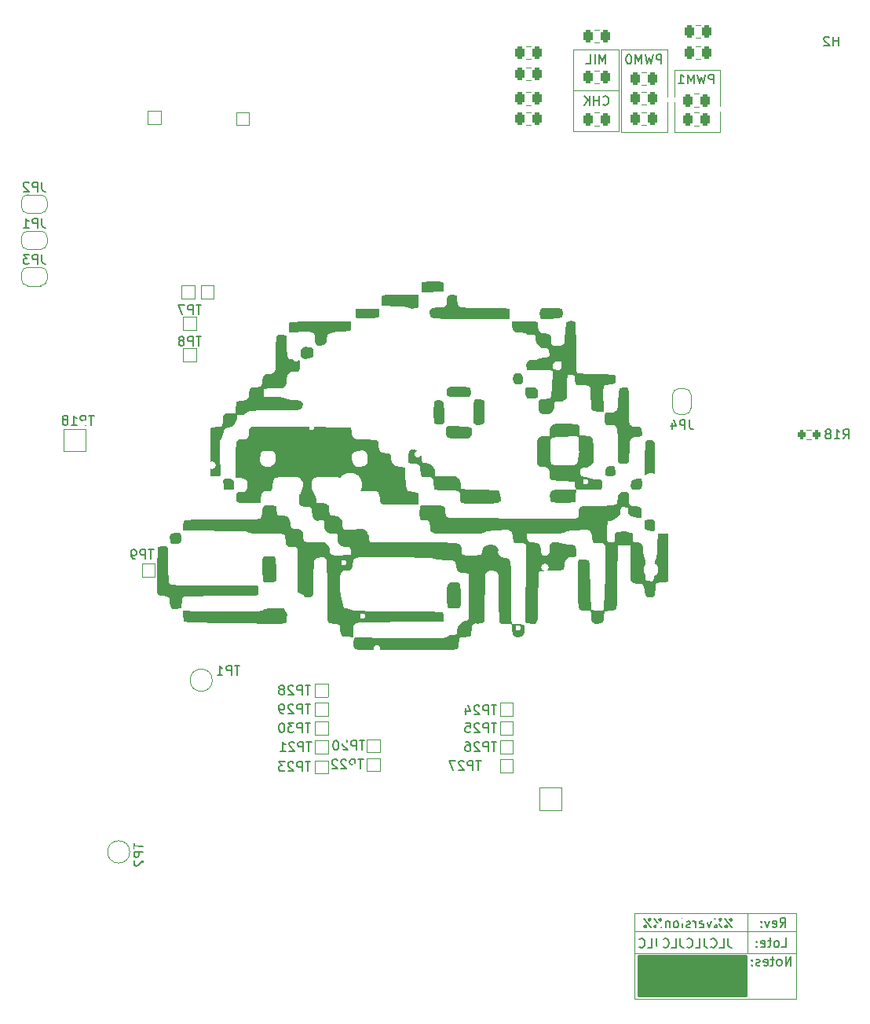
<source format=gbr>
%TF.GenerationSoftware,KiCad,Pcbnew,(6.0.7)*%
%TF.CreationDate,2022-10-25T21:17:20-03:00*%
%TF.ProjectId,uEFI_rev3,75454649-5f72-4657-9633-2e6b69636164,v3.0*%
%TF.SameCoordinates,Original*%
%TF.FileFunction,Legend,Bot*%
%TF.FilePolarity,Positive*%
%FSLAX46Y46*%
G04 Gerber Fmt 4.6, Leading zero omitted, Abs format (unit mm)*
G04 Created by KiCad (PCBNEW (6.0.7)) date 2022-10-25 21:17:20*
%MOMM*%
%LPD*%
G01*
G04 APERTURE LIST*
G04 Aperture macros list*
%AMRoundRect*
0 Rectangle with rounded corners*
0 $1 Rounding radius*
0 $2 $3 $4 $5 $6 $7 $8 $9 X,Y pos of 4 corners*
0 Add a 4 corners polygon primitive as box body*
4,1,4,$2,$3,$4,$5,$6,$7,$8,$9,$2,$3,0*
0 Add four circle primitives for the rounded corners*
1,1,$1+$1,$2,$3*
1,1,$1+$1,$4,$5*
1,1,$1+$1,$6,$7*
1,1,$1+$1,$8,$9*
0 Add four rect primitives between the rounded corners*
20,1,$1+$1,$2,$3,$4,$5,0*
20,1,$1+$1,$4,$5,$6,$7,0*
20,1,$1+$1,$6,$7,$8,$9,0*
20,1,$1+$1,$8,$9,$2,$3,0*%
%AMFreePoly0*
4,1,22,0.500000,-0.750000,0.000000,-0.750000,0.000000,-0.745033,-0.079941,-0.743568,-0.215256,-0.701293,-0.333266,-0.622738,-0.424486,-0.514219,-0.481581,-0.384460,-0.499164,-0.250000,-0.500000,-0.250000,-0.500000,0.250000,-0.499164,0.250000,-0.499963,0.256109,-0.478152,0.396186,-0.417904,0.524511,-0.324060,0.630769,-0.204165,0.706417,-0.067858,0.745374,0.000000,0.744959,0.000000,0.750000,
0.500000,0.750000,0.500000,-0.750000,0.500000,-0.750000,$1*%
%AMFreePoly1*
4,1,20,0.000000,0.744959,0.073905,0.744508,0.209726,0.703889,0.328688,0.626782,0.421226,0.519385,0.479903,0.390333,0.500000,0.250000,0.500000,-0.250000,0.499851,-0.262216,0.476331,-0.402017,0.414519,-0.529596,0.319384,-0.634700,0.198574,-0.708877,0.061801,-0.746166,0.000000,-0.745033,0.000000,-0.750000,-0.500000,-0.750000,-0.500000,0.750000,0.000000,0.750000,0.000000,0.744959,
0.000000,0.744959,$1*%
G04 Aperture macros list end*
%ADD10C,0.120000*%
%ADD11C,0.150000*%
%ADD12C,0.700000*%
%ADD13C,4.400000*%
%ADD14R,1.000000X1.000000*%
%ADD15R,2.000000X1.905000*%
%ADD16O,2.000000X1.905000*%
%ADD17R,1.700000X1.700000*%
%ADD18O,1.700000X1.700000*%
%ADD19R,1.650000X1.650000*%
%ADD20C,1.650000*%
%ADD21C,2.374900*%
%ADD22C,0.990600*%
%ADD23O,1.000000X1.000000*%
%ADD24C,1.700000*%
%ADD25C,3.500000*%
%ADD26C,1.800000*%
%ADD27C,4.125000*%
%ADD28C,2.000000*%
%ADD29RoundRect,0.243750X0.243750X0.456250X-0.243750X0.456250X-0.243750X-0.456250X0.243750X-0.456250X0*%
%ADD30R,2.000000X2.000000*%
%ADD31FreePoly0,180.000000*%
%ADD32FreePoly1,180.000000*%
%ADD33RoundRect,0.200000X0.200000X0.275000X-0.200000X0.275000X-0.200000X-0.275000X0.200000X-0.275000X0*%
%ADD34FreePoly0,90.000000*%
%ADD35FreePoly1,90.000000*%
%ADD36C,0.600000*%
%ADD37C,2.600000*%
%ADD38C,0.800000*%
%ADD39C,1.600000*%
G04 APERTURE END LIST*
D10*
X146990000Y-142502000D02*
X129490000Y-142502000D01*
X129490000Y-142502000D02*
X129490000Y-151752000D01*
X129490000Y-151752000D02*
X146990000Y-151752000D01*
X146990000Y-151752000D02*
X146990000Y-142502000D01*
X133807200Y-58318400D02*
X138734800Y-58318400D01*
X138734800Y-58318400D02*
X138734800Y-51663600D01*
X138734800Y-51663600D02*
X133807200Y-51663600D01*
X133807200Y-51663600D02*
X133807200Y-58318400D01*
X128117600Y-58318400D02*
X133045200Y-58318400D01*
X133045200Y-58318400D02*
X133045200Y-49479200D01*
X133045200Y-49479200D02*
X128117600Y-49479200D01*
X128117600Y-49479200D02*
X128117600Y-58318400D01*
X146990000Y-144477000D02*
X129490000Y-144477000D01*
X122885200Y-53848000D02*
X127812800Y-53848000D01*
X146940000Y-146827000D02*
X129540000Y-146827000D01*
X141750000Y-142500000D02*
X141750000Y-146800000D01*
X122885200Y-58267600D02*
X127812800Y-58267600D01*
X127812800Y-58267600D02*
X127812800Y-49428400D01*
X127812800Y-49428400D02*
X122885200Y-49428400D01*
X122885200Y-49428400D02*
X122885200Y-58267600D01*
D11*
X140051904Y-144054380D02*
X139290000Y-143054380D01*
X139909047Y-143054380D02*
X139813809Y-143102000D01*
X139766190Y-143197238D01*
X139813809Y-143292476D01*
X139909047Y-143340095D01*
X140004285Y-143292476D01*
X140051904Y-143197238D01*
X140004285Y-143102000D01*
X139909047Y-143054380D01*
X139337619Y-144006761D02*
X139290000Y-143911523D01*
X139337619Y-143816285D01*
X139432857Y-143768666D01*
X139528095Y-143816285D01*
X139575714Y-143911523D01*
X139528095Y-144006761D01*
X139432857Y-144054380D01*
X139337619Y-144006761D01*
X138909047Y-144054380D02*
X138147142Y-143054380D01*
X138766190Y-143054380D02*
X138670952Y-143102000D01*
X138623333Y-143197238D01*
X138670952Y-143292476D01*
X138766190Y-143340095D01*
X138861428Y-143292476D01*
X138909047Y-143197238D01*
X138861428Y-143102000D01*
X138766190Y-143054380D01*
X138194761Y-144006761D02*
X138147142Y-143911523D01*
X138194761Y-143816285D01*
X138290000Y-143768666D01*
X138385238Y-143816285D01*
X138432857Y-143911523D01*
X138385238Y-144006761D01*
X138290000Y-144054380D01*
X138194761Y-144006761D01*
X137813809Y-143387714D02*
X137575714Y-144054380D01*
X137337619Y-143387714D01*
X136575714Y-144006761D02*
X136670952Y-144054380D01*
X136861428Y-144054380D01*
X136956666Y-144006761D01*
X137004285Y-143911523D01*
X137004285Y-143530571D01*
X136956666Y-143435333D01*
X136861428Y-143387714D01*
X136670952Y-143387714D01*
X136575714Y-143435333D01*
X136528095Y-143530571D01*
X136528095Y-143625809D01*
X137004285Y-143721047D01*
X136099523Y-144054380D02*
X136099523Y-143387714D01*
X136099523Y-143578190D02*
X136051904Y-143482952D01*
X136004285Y-143435333D01*
X135909047Y-143387714D01*
X135813809Y-143387714D01*
X135528095Y-144006761D02*
X135432857Y-144054380D01*
X135242380Y-144054380D01*
X135147142Y-144006761D01*
X135099523Y-143911523D01*
X135099523Y-143863904D01*
X135147142Y-143768666D01*
X135242380Y-143721047D01*
X135385238Y-143721047D01*
X135480476Y-143673428D01*
X135528095Y-143578190D01*
X135528095Y-143530571D01*
X135480476Y-143435333D01*
X135385238Y-143387714D01*
X135242380Y-143387714D01*
X135147142Y-143435333D01*
X134670952Y-144054380D02*
X134670952Y-143387714D01*
X134670952Y-143054380D02*
X134718571Y-143102000D01*
X134670952Y-143149619D01*
X134623333Y-143102000D01*
X134670952Y-143054380D01*
X134670952Y-143149619D01*
X134051904Y-144054380D02*
X134147142Y-144006761D01*
X134194761Y-143959142D01*
X134242380Y-143863904D01*
X134242380Y-143578190D01*
X134194761Y-143482952D01*
X134147142Y-143435333D01*
X134051904Y-143387714D01*
X133909047Y-143387714D01*
X133813809Y-143435333D01*
X133766190Y-143482952D01*
X133718571Y-143578190D01*
X133718571Y-143863904D01*
X133766190Y-143959142D01*
X133813809Y-144006761D01*
X133909047Y-144054380D01*
X134051904Y-144054380D01*
X133290000Y-143387714D02*
X133290000Y-144054380D01*
X133290000Y-143482952D02*
X133242380Y-143435333D01*
X133147142Y-143387714D01*
X133004285Y-143387714D01*
X132909047Y-143435333D01*
X132861428Y-143530571D01*
X132861428Y-144054380D01*
X132432857Y-144054380D02*
X131670952Y-143054380D01*
X132290000Y-143054380D02*
X132194761Y-143102000D01*
X132147142Y-143197238D01*
X132194761Y-143292476D01*
X132290000Y-143340095D01*
X132385238Y-143292476D01*
X132432857Y-143197238D01*
X132385238Y-143102000D01*
X132290000Y-143054380D01*
X131718571Y-144006761D02*
X131670952Y-143911523D01*
X131718571Y-143816285D01*
X131813809Y-143768666D01*
X131909047Y-143816285D01*
X131956666Y-143911523D01*
X131909047Y-144006761D01*
X131813809Y-144054380D01*
X131718571Y-144006761D01*
X131290000Y-144054380D02*
X130528095Y-143054380D01*
X131147142Y-143054380D02*
X131051904Y-143102000D01*
X131004285Y-143197238D01*
X131051904Y-143292476D01*
X131147142Y-143340095D01*
X131242380Y-143292476D01*
X131290000Y-143197238D01*
X131242380Y-143102000D01*
X131147142Y-143054380D01*
X130575714Y-144006761D02*
X130528095Y-143911523D01*
X130575714Y-143816285D01*
X130670952Y-143768666D01*
X130766190Y-143816285D01*
X130813809Y-143911523D01*
X130766190Y-144006761D01*
X130670952Y-144054380D01*
X130575714Y-144006761D01*
X138075752Y-53131980D02*
X138075752Y-52131980D01*
X137694800Y-52131980D01*
X137599561Y-52179600D01*
X137551942Y-52227219D01*
X137504323Y-52322457D01*
X137504323Y-52465314D01*
X137551942Y-52560552D01*
X137599561Y-52608171D01*
X137694800Y-52655790D01*
X138075752Y-52655790D01*
X137170990Y-52131980D02*
X136932895Y-53131980D01*
X136742419Y-52417695D01*
X136551942Y-53131980D01*
X136313847Y-52131980D01*
X135932895Y-53131980D02*
X135932895Y-52131980D01*
X135599561Y-52846266D01*
X135266228Y-52131980D01*
X135266228Y-53131980D01*
X134266228Y-53131980D02*
X134837657Y-53131980D01*
X134551942Y-53131980D02*
X134551942Y-52131980D01*
X134647180Y-52274838D01*
X134742419Y-52370076D01*
X134837657Y-52417695D01*
X139609047Y-145229380D02*
X139609047Y-145943666D01*
X139656666Y-146086523D01*
X139751904Y-146181761D01*
X139894761Y-146229380D01*
X139990000Y-146229380D01*
X138656666Y-146229380D02*
X139132857Y-146229380D01*
X139132857Y-145229380D01*
X137751904Y-146134142D02*
X137799523Y-146181761D01*
X137942380Y-146229380D01*
X138037619Y-146229380D01*
X138180476Y-146181761D01*
X138275714Y-146086523D01*
X138323333Y-145991285D01*
X138370952Y-145800809D01*
X138370952Y-145657952D01*
X138323333Y-145467476D01*
X138275714Y-145372238D01*
X138180476Y-145277000D01*
X138037619Y-145229380D01*
X137942380Y-145229380D01*
X137799523Y-145277000D01*
X137751904Y-145324619D01*
X137037619Y-145229380D02*
X137037619Y-145943666D01*
X137085238Y-146086523D01*
X137180476Y-146181761D01*
X137323333Y-146229380D01*
X137418571Y-146229380D01*
X136085238Y-146229380D02*
X136561428Y-146229380D01*
X136561428Y-145229380D01*
X135180476Y-146134142D02*
X135228095Y-146181761D01*
X135370952Y-146229380D01*
X135466190Y-146229380D01*
X135609047Y-146181761D01*
X135704285Y-146086523D01*
X135751904Y-145991285D01*
X135799523Y-145800809D01*
X135799523Y-145657952D01*
X135751904Y-145467476D01*
X135704285Y-145372238D01*
X135609047Y-145277000D01*
X135466190Y-145229380D01*
X135370952Y-145229380D01*
X135228095Y-145277000D01*
X135180476Y-145324619D01*
X134466190Y-145229380D02*
X134466190Y-145943666D01*
X134513809Y-146086523D01*
X134609047Y-146181761D01*
X134751904Y-146229380D01*
X134847142Y-146229380D01*
X133513809Y-146229380D02*
X133990000Y-146229380D01*
X133990000Y-145229380D01*
X132609047Y-146134142D02*
X132656666Y-146181761D01*
X132799523Y-146229380D01*
X132894761Y-146229380D01*
X133037619Y-146181761D01*
X133132857Y-146086523D01*
X133180476Y-145991285D01*
X133228095Y-145800809D01*
X133228095Y-145657952D01*
X133180476Y-145467476D01*
X133132857Y-145372238D01*
X133037619Y-145277000D01*
X132894761Y-145229380D01*
X132799523Y-145229380D01*
X132656666Y-145277000D01*
X132609047Y-145324619D01*
X131894761Y-145229380D02*
X131894761Y-145943666D01*
X131942380Y-146086523D01*
X132037619Y-146181761D01*
X132180476Y-146229380D01*
X132275714Y-146229380D01*
X130942380Y-146229380D02*
X131418571Y-146229380D01*
X131418571Y-145229380D01*
X130037619Y-146134142D02*
X130085238Y-146181761D01*
X130228095Y-146229380D01*
X130323333Y-146229380D01*
X130466190Y-146181761D01*
X130561428Y-146086523D01*
X130609047Y-145991285D01*
X130656666Y-145800809D01*
X130656666Y-145657952D01*
X130609047Y-145467476D01*
X130561428Y-145372238D01*
X130466190Y-145277000D01*
X130323333Y-145229380D01*
X130228095Y-145229380D01*
X130085238Y-145277000D01*
X130037619Y-145324619D01*
X145370238Y-146152380D02*
X145846428Y-146152380D01*
X145846428Y-145152380D01*
X144894047Y-146152380D02*
X144989285Y-146104761D01*
X145036904Y-146057142D01*
X145084523Y-145961904D01*
X145084523Y-145676190D01*
X145036904Y-145580952D01*
X144989285Y-145533333D01*
X144894047Y-145485714D01*
X144751190Y-145485714D01*
X144655952Y-145533333D01*
X144608333Y-145580952D01*
X144560714Y-145676190D01*
X144560714Y-145961904D01*
X144608333Y-146057142D01*
X144655952Y-146104761D01*
X144751190Y-146152380D01*
X144894047Y-146152380D01*
X144275000Y-145485714D02*
X143894047Y-145485714D01*
X144132142Y-145152380D02*
X144132142Y-146009523D01*
X144084523Y-146104761D01*
X143989285Y-146152380D01*
X143894047Y-146152380D01*
X143179761Y-146104761D02*
X143275000Y-146152380D01*
X143465476Y-146152380D01*
X143560714Y-146104761D01*
X143608333Y-146009523D01*
X143608333Y-145628571D01*
X143560714Y-145533333D01*
X143465476Y-145485714D01*
X143275000Y-145485714D01*
X143179761Y-145533333D01*
X143132142Y-145628571D01*
X143132142Y-145723809D01*
X143608333Y-145819047D01*
X142703571Y-146057142D02*
X142655952Y-146104761D01*
X142703571Y-146152380D01*
X142751190Y-146104761D01*
X142703571Y-146057142D01*
X142703571Y-146152380D01*
X142703571Y-145533333D02*
X142655952Y-145580952D01*
X142703571Y-145628571D01*
X142751190Y-145580952D01*
X142703571Y-145533333D01*
X142703571Y-145628571D01*
X146395238Y-148152380D02*
X146395238Y-147152380D01*
X145823809Y-148152380D01*
X145823809Y-147152380D01*
X145204761Y-148152380D02*
X145300000Y-148104761D01*
X145347619Y-148057142D01*
X145395238Y-147961904D01*
X145395238Y-147676190D01*
X145347619Y-147580952D01*
X145300000Y-147533333D01*
X145204761Y-147485714D01*
X145061904Y-147485714D01*
X144966666Y-147533333D01*
X144919047Y-147580952D01*
X144871428Y-147676190D01*
X144871428Y-147961904D01*
X144919047Y-148057142D01*
X144966666Y-148104761D01*
X145061904Y-148152380D01*
X145204761Y-148152380D01*
X144585714Y-147485714D02*
X144204761Y-147485714D01*
X144442857Y-147152380D02*
X144442857Y-148009523D01*
X144395238Y-148104761D01*
X144300000Y-148152380D01*
X144204761Y-148152380D01*
X143490476Y-148104761D02*
X143585714Y-148152380D01*
X143776190Y-148152380D01*
X143871428Y-148104761D01*
X143919047Y-148009523D01*
X143919047Y-147628571D01*
X143871428Y-147533333D01*
X143776190Y-147485714D01*
X143585714Y-147485714D01*
X143490476Y-147533333D01*
X143442857Y-147628571D01*
X143442857Y-147723809D01*
X143919047Y-147819047D01*
X143061904Y-148104761D02*
X142966666Y-148152380D01*
X142776190Y-148152380D01*
X142680952Y-148104761D01*
X142633333Y-148009523D01*
X142633333Y-147961904D01*
X142680952Y-147866666D01*
X142776190Y-147819047D01*
X142919047Y-147819047D01*
X143014285Y-147771428D01*
X143061904Y-147676190D01*
X143061904Y-147628571D01*
X143014285Y-147533333D01*
X142919047Y-147485714D01*
X142776190Y-147485714D01*
X142680952Y-147533333D01*
X142204761Y-148057142D02*
X142157142Y-148104761D01*
X142204761Y-148152380D01*
X142252380Y-148104761D01*
X142204761Y-148057142D01*
X142204761Y-148152380D01*
X142204761Y-147533333D02*
X142157142Y-147580952D01*
X142204761Y-147628571D01*
X142252380Y-147580952D01*
X142204761Y-147533333D01*
X142204761Y-147628571D01*
X126139485Y-55373542D02*
X126187104Y-55421161D01*
X126329961Y-55468780D01*
X126425200Y-55468780D01*
X126568057Y-55421161D01*
X126663295Y-55325923D01*
X126710914Y-55230685D01*
X126758533Y-55040209D01*
X126758533Y-54897352D01*
X126710914Y-54706876D01*
X126663295Y-54611638D01*
X126568057Y-54516400D01*
X126425200Y-54468780D01*
X126329961Y-54468780D01*
X126187104Y-54516400D01*
X126139485Y-54564019D01*
X125710914Y-55468780D02*
X125710914Y-54468780D01*
X125710914Y-54944971D02*
X125139485Y-54944971D01*
X125139485Y-55468780D02*
X125139485Y-54468780D01*
X124663295Y-55468780D02*
X124663295Y-54468780D01*
X124091866Y-55468780D02*
X124520438Y-54897352D01*
X124091866Y-54468780D02*
X124663295Y-55040209D01*
X145238095Y-144002380D02*
X145571428Y-143526190D01*
X145809523Y-144002380D02*
X145809523Y-143002380D01*
X145428571Y-143002380D01*
X145333333Y-143050000D01*
X145285714Y-143097619D01*
X145238095Y-143192857D01*
X145238095Y-143335714D01*
X145285714Y-143430952D01*
X145333333Y-143478571D01*
X145428571Y-143526190D01*
X145809523Y-143526190D01*
X144428571Y-143954761D02*
X144523809Y-144002380D01*
X144714285Y-144002380D01*
X144809523Y-143954761D01*
X144857142Y-143859523D01*
X144857142Y-143478571D01*
X144809523Y-143383333D01*
X144714285Y-143335714D01*
X144523809Y-143335714D01*
X144428571Y-143383333D01*
X144380952Y-143478571D01*
X144380952Y-143573809D01*
X144857142Y-143669047D01*
X144047619Y-143335714D02*
X143809523Y-144002380D01*
X143571428Y-143335714D01*
X143190476Y-143907142D02*
X143142857Y-143954761D01*
X143190476Y-144002380D01*
X143238095Y-143954761D01*
X143190476Y-143907142D01*
X143190476Y-144002380D01*
X143190476Y-143383333D02*
X143142857Y-143430952D01*
X143190476Y-143478571D01*
X143238095Y-143430952D01*
X143190476Y-143383333D01*
X143190476Y-143478571D01*
X132436952Y-50998380D02*
X132436952Y-49998380D01*
X132056000Y-49998380D01*
X131960761Y-50046000D01*
X131913142Y-50093619D01*
X131865523Y-50188857D01*
X131865523Y-50331714D01*
X131913142Y-50426952D01*
X131960761Y-50474571D01*
X132056000Y-50522190D01*
X132436952Y-50522190D01*
X131532190Y-49998380D02*
X131294095Y-50998380D01*
X131103619Y-50284095D01*
X130913142Y-50998380D01*
X130675047Y-49998380D01*
X130294095Y-50998380D02*
X130294095Y-49998380D01*
X129960761Y-50712666D01*
X129627428Y-49998380D01*
X129627428Y-50998380D01*
X128960761Y-49998380D02*
X128865523Y-49998380D01*
X128770285Y-50046000D01*
X128722666Y-50093619D01*
X128675047Y-50188857D01*
X128627428Y-50379333D01*
X128627428Y-50617428D01*
X128675047Y-50807904D01*
X128722666Y-50903142D01*
X128770285Y-50950761D01*
X128865523Y-50998380D01*
X128960761Y-50998380D01*
X129056000Y-50950761D01*
X129103619Y-50903142D01*
X129151238Y-50807904D01*
X129198857Y-50617428D01*
X129198857Y-50379333D01*
X129151238Y-50188857D01*
X129103619Y-50093619D01*
X129056000Y-50046000D01*
X128960761Y-49998380D01*
X126401390Y-50998380D02*
X126401390Y-49998380D01*
X126068057Y-50712666D01*
X125734723Y-49998380D01*
X125734723Y-50998380D01*
X125258533Y-50998380D02*
X125258533Y-49998380D01*
X124306152Y-50998380D02*
X124782342Y-50998380D01*
X124782342Y-49998380D01*
%TO.C,TP2*%
X75544411Y-134991648D02*
X75544411Y-135563076D01*
X76544411Y-135277362D02*
X75544411Y-135277362D01*
X76544411Y-135896410D02*
X75544411Y-135896410D01*
X75544411Y-136277362D01*
X75592031Y-136372600D01*
X75639650Y-136420219D01*
X75734888Y-136467838D01*
X75877745Y-136467838D01*
X75972983Y-136420219D01*
X76020602Y-136372600D01*
X76068221Y-136277362D01*
X76068221Y-135896410D01*
X75639650Y-136848791D02*
X75592031Y-136896410D01*
X75544411Y-136991648D01*
X75544411Y-137229743D01*
X75592031Y-137324981D01*
X75639650Y-137372600D01*
X75734888Y-137420219D01*
X75830126Y-137420219D01*
X75972983Y-137372600D01*
X76544411Y-136801172D01*
X76544411Y-137420219D01*
%TO.C,H2*%
X151510904Y-49068380D02*
X151510904Y-48068380D01*
X151510904Y-48544571D02*
X150939476Y-48544571D01*
X150939476Y-49068380D02*
X150939476Y-48068380D01*
X150510904Y-48163619D02*
X150463285Y-48116000D01*
X150368047Y-48068380D01*
X150129952Y-48068380D01*
X150034714Y-48116000D01*
X149987095Y-48163619D01*
X149939476Y-48258857D01*
X149939476Y-48354095D01*
X149987095Y-48496952D01*
X150558523Y-49068380D01*
X149939476Y-49068380D01*
%TO.C,TP23*%
X94575095Y-126198380D02*
X94003666Y-126198380D01*
X94289380Y-127198380D02*
X94289380Y-126198380D01*
X93670333Y-127198380D02*
X93670333Y-126198380D01*
X93289380Y-126198380D01*
X93194142Y-126246000D01*
X93146523Y-126293619D01*
X93098904Y-126388857D01*
X93098904Y-126531714D01*
X93146523Y-126626952D01*
X93194142Y-126674571D01*
X93289380Y-126722190D01*
X93670333Y-126722190D01*
X92717952Y-126293619D02*
X92670333Y-126246000D01*
X92575095Y-126198380D01*
X92337000Y-126198380D01*
X92241761Y-126246000D01*
X92194142Y-126293619D01*
X92146523Y-126388857D01*
X92146523Y-126484095D01*
X92194142Y-126626952D01*
X92765571Y-127198380D01*
X92146523Y-127198380D01*
X91813190Y-126198380D02*
X91194142Y-126198380D01*
X91527476Y-126579333D01*
X91384619Y-126579333D01*
X91289380Y-126626952D01*
X91241761Y-126674571D01*
X91194142Y-126769809D01*
X91194142Y-127007904D01*
X91241761Y-127103142D01*
X91289380Y-127150761D01*
X91384619Y-127198380D01*
X91670333Y-127198380D01*
X91765571Y-127150761D01*
X91813190Y-127103142D01*
%TO.C,TP29*%
X94575095Y-119975380D02*
X94003666Y-119975380D01*
X94289380Y-120975380D02*
X94289380Y-119975380D01*
X93670333Y-120975380D02*
X93670333Y-119975380D01*
X93289380Y-119975380D01*
X93194142Y-120023000D01*
X93146523Y-120070619D01*
X93098904Y-120165857D01*
X93098904Y-120308714D01*
X93146523Y-120403952D01*
X93194142Y-120451571D01*
X93289380Y-120499190D01*
X93670333Y-120499190D01*
X92717952Y-120070619D02*
X92670333Y-120023000D01*
X92575095Y-119975380D01*
X92337000Y-119975380D01*
X92241761Y-120023000D01*
X92194142Y-120070619D01*
X92146523Y-120165857D01*
X92146523Y-120261095D01*
X92194142Y-120403952D01*
X92765571Y-120975380D01*
X92146523Y-120975380D01*
X91670333Y-120975380D02*
X91479857Y-120975380D01*
X91384619Y-120927761D01*
X91337000Y-120880142D01*
X91241761Y-120737285D01*
X91194142Y-120546809D01*
X91194142Y-120165857D01*
X91241761Y-120070619D01*
X91289380Y-120023000D01*
X91384619Y-119975380D01*
X91575095Y-119975380D01*
X91670333Y-120023000D01*
X91717952Y-120070619D01*
X91765571Y-120165857D01*
X91765571Y-120403952D01*
X91717952Y-120499190D01*
X91670333Y-120546809D01*
X91575095Y-120594428D01*
X91384619Y-120594428D01*
X91289380Y-120546809D01*
X91241761Y-120499190D01*
X91194142Y-120403952D01*
%TO.C,TP28*%
X94575095Y-117943380D02*
X94003666Y-117943380D01*
X94289380Y-118943380D02*
X94289380Y-117943380D01*
X93670333Y-118943380D02*
X93670333Y-117943380D01*
X93289380Y-117943380D01*
X93194142Y-117991000D01*
X93146523Y-118038619D01*
X93098904Y-118133857D01*
X93098904Y-118276714D01*
X93146523Y-118371952D01*
X93194142Y-118419571D01*
X93289380Y-118467190D01*
X93670333Y-118467190D01*
X92717952Y-118038619D02*
X92670333Y-117991000D01*
X92575095Y-117943380D01*
X92337000Y-117943380D01*
X92241761Y-117991000D01*
X92194142Y-118038619D01*
X92146523Y-118133857D01*
X92146523Y-118229095D01*
X92194142Y-118371952D01*
X92765571Y-118943380D01*
X92146523Y-118943380D01*
X91575095Y-118371952D02*
X91670333Y-118324333D01*
X91717952Y-118276714D01*
X91765571Y-118181476D01*
X91765571Y-118133857D01*
X91717952Y-118038619D01*
X91670333Y-117991000D01*
X91575095Y-117943380D01*
X91384619Y-117943380D01*
X91289380Y-117991000D01*
X91241761Y-118038619D01*
X91194142Y-118133857D01*
X91194142Y-118181476D01*
X91241761Y-118276714D01*
X91289380Y-118324333D01*
X91384619Y-118371952D01*
X91575095Y-118371952D01*
X91670333Y-118419571D01*
X91717952Y-118467190D01*
X91765571Y-118562428D01*
X91765571Y-118752904D01*
X91717952Y-118848142D01*
X91670333Y-118895761D01*
X91575095Y-118943380D01*
X91384619Y-118943380D01*
X91289380Y-118895761D01*
X91241761Y-118848142D01*
X91194142Y-118752904D01*
X91194142Y-118562428D01*
X91241761Y-118467190D01*
X91289380Y-118419571D01*
X91384619Y-118371952D01*
%TO.C,TP20*%
X100417095Y-123912380D02*
X99845666Y-123912380D01*
X100131380Y-124912380D02*
X100131380Y-123912380D01*
X99512333Y-124912380D02*
X99512333Y-123912380D01*
X99131380Y-123912380D01*
X99036142Y-123960000D01*
X98988523Y-124007619D01*
X98940904Y-124102857D01*
X98940904Y-124245714D01*
X98988523Y-124340952D01*
X99036142Y-124388571D01*
X99131380Y-124436190D01*
X99512333Y-124436190D01*
X98559952Y-124007619D02*
X98512333Y-123960000D01*
X98417095Y-123912380D01*
X98179000Y-123912380D01*
X98083761Y-123960000D01*
X98036142Y-124007619D01*
X97988523Y-124102857D01*
X97988523Y-124198095D01*
X98036142Y-124340952D01*
X98607571Y-124912380D01*
X97988523Y-124912380D01*
X97369476Y-123912380D02*
X97274238Y-123912380D01*
X97179000Y-123960000D01*
X97131380Y-124007619D01*
X97083761Y-124102857D01*
X97036142Y-124293333D01*
X97036142Y-124531428D01*
X97083761Y-124721904D01*
X97131380Y-124817142D01*
X97179000Y-124864761D01*
X97274238Y-124912380D01*
X97369476Y-124912380D01*
X97464714Y-124864761D01*
X97512333Y-124817142D01*
X97559952Y-124721904D01*
X97607571Y-124531428D01*
X97607571Y-124293333D01*
X97559952Y-124102857D01*
X97512333Y-124007619D01*
X97464714Y-123960000D01*
X97369476Y-123912380D01*
%TO.C,TP7*%
X82801904Y-76972780D02*
X82230476Y-76972780D01*
X82516190Y-77972780D02*
X82516190Y-76972780D01*
X81897142Y-77972780D02*
X81897142Y-76972780D01*
X81516190Y-76972780D01*
X81420952Y-77020400D01*
X81373333Y-77068019D01*
X81325714Y-77163257D01*
X81325714Y-77306114D01*
X81373333Y-77401352D01*
X81420952Y-77448971D01*
X81516190Y-77496590D01*
X81897142Y-77496590D01*
X80992380Y-76972780D02*
X80325714Y-76972780D01*
X80754285Y-77972780D01*
%TO.C,TP9*%
X77661904Y-103338380D02*
X77090476Y-103338380D01*
X77376190Y-104338380D02*
X77376190Y-103338380D01*
X76757142Y-104338380D02*
X76757142Y-103338380D01*
X76376190Y-103338380D01*
X76280952Y-103386000D01*
X76233333Y-103433619D01*
X76185714Y-103528857D01*
X76185714Y-103671714D01*
X76233333Y-103766952D01*
X76280952Y-103814571D01*
X76376190Y-103862190D01*
X76757142Y-103862190D01*
X75709523Y-104338380D02*
X75519047Y-104338380D01*
X75423809Y-104290761D01*
X75376190Y-104243142D01*
X75280952Y-104100285D01*
X75233333Y-103909809D01*
X75233333Y-103528857D01*
X75280952Y-103433619D01*
X75328571Y-103386000D01*
X75423809Y-103338380D01*
X75614285Y-103338380D01*
X75709523Y-103386000D01*
X75757142Y-103433619D01*
X75804761Y-103528857D01*
X75804761Y-103766952D01*
X75757142Y-103862190D01*
X75709523Y-103909809D01*
X75614285Y-103957428D01*
X75423809Y-103957428D01*
X75328571Y-103909809D01*
X75280952Y-103862190D01*
X75233333Y-103766952D01*
%TO.C,JP3*%
X65633333Y-71552380D02*
X65633333Y-72266666D01*
X65680952Y-72409523D01*
X65776190Y-72504761D01*
X65919047Y-72552380D01*
X66014285Y-72552380D01*
X65157142Y-72552380D02*
X65157142Y-71552380D01*
X64776190Y-71552380D01*
X64680952Y-71600000D01*
X64633333Y-71647619D01*
X64585714Y-71742857D01*
X64585714Y-71885714D01*
X64633333Y-71980952D01*
X64680952Y-72028571D01*
X64776190Y-72076190D01*
X65157142Y-72076190D01*
X64252380Y-71552380D02*
X63633333Y-71552380D01*
X63966666Y-71933333D01*
X63823809Y-71933333D01*
X63728571Y-71980952D01*
X63680952Y-72028571D01*
X63633333Y-72123809D01*
X63633333Y-72361904D01*
X63680952Y-72457142D01*
X63728571Y-72504761D01*
X63823809Y-72552380D01*
X64109523Y-72552380D01*
X64204761Y-72504761D01*
X64252380Y-72457142D01*
%TO.C,JP2*%
X65633333Y-63752380D02*
X65633333Y-64466666D01*
X65680952Y-64609523D01*
X65776190Y-64704761D01*
X65919047Y-64752380D01*
X66014285Y-64752380D01*
X65157142Y-64752380D02*
X65157142Y-63752380D01*
X64776190Y-63752380D01*
X64680952Y-63800000D01*
X64633333Y-63847619D01*
X64585714Y-63942857D01*
X64585714Y-64085714D01*
X64633333Y-64180952D01*
X64680952Y-64228571D01*
X64776190Y-64276190D01*
X65157142Y-64276190D01*
X64204761Y-63847619D02*
X64157142Y-63800000D01*
X64061904Y-63752380D01*
X63823809Y-63752380D01*
X63728571Y-63800000D01*
X63680952Y-63847619D01*
X63633333Y-63942857D01*
X63633333Y-64038095D01*
X63680952Y-64180952D01*
X64252380Y-64752380D01*
X63633333Y-64752380D01*
%TO.C,R18*%
X152026857Y-91384380D02*
X152360190Y-90908190D01*
X152598285Y-91384380D02*
X152598285Y-90384380D01*
X152217333Y-90384380D01*
X152122095Y-90432000D01*
X152074476Y-90479619D01*
X152026857Y-90574857D01*
X152026857Y-90717714D01*
X152074476Y-90812952D01*
X152122095Y-90860571D01*
X152217333Y-90908190D01*
X152598285Y-90908190D01*
X151074476Y-91384380D02*
X151645904Y-91384380D01*
X151360190Y-91384380D02*
X151360190Y-90384380D01*
X151455428Y-90527238D01*
X151550666Y-90622476D01*
X151645904Y-90670095D01*
X150503047Y-90812952D02*
X150598285Y-90765333D01*
X150645904Y-90717714D01*
X150693523Y-90622476D01*
X150693523Y-90574857D01*
X150645904Y-90479619D01*
X150598285Y-90432000D01*
X150503047Y-90384380D01*
X150312571Y-90384380D01*
X150217333Y-90432000D01*
X150169714Y-90479619D01*
X150122095Y-90574857D01*
X150122095Y-90622476D01*
X150169714Y-90717714D01*
X150217333Y-90765333D01*
X150312571Y-90812952D01*
X150503047Y-90812952D01*
X150598285Y-90860571D01*
X150645904Y-90908190D01*
X150693523Y-91003428D01*
X150693523Y-91193904D01*
X150645904Y-91289142D01*
X150598285Y-91336761D01*
X150503047Y-91384380D01*
X150312571Y-91384380D01*
X150217333Y-91336761D01*
X150169714Y-91289142D01*
X150122095Y-91193904D01*
X150122095Y-91003428D01*
X150169714Y-90908190D01*
X150217333Y-90860571D01*
X150312571Y-90812952D01*
%TO.C,TP18*%
X71228995Y-88894280D02*
X70657566Y-88894280D01*
X70943280Y-89894280D02*
X70943280Y-88894280D01*
X70324233Y-89894280D02*
X70324233Y-88894280D01*
X69943280Y-88894280D01*
X69848042Y-88941900D01*
X69800423Y-88989519D01*
X69752804Y-89084757D01*
X69752804Y-89227614D01*
X69800423Y-89322852D01*
X69848042Y-89370471D01*
X69943280Y-89418090D01*
X70324233Y-89418090D01*
X68800423Y-89894280D02*
X69371852Y-89894280D01*
X69086138Y-89894280D02*
X69086138Y-88894280D01*
X69181376Y-89037138D01*
X69276614Y-89132376D01*
X69371852Y-89179995D01*
X68228995Y-89322852D02*
X68324233Y-89275233D01*
X68371852Y-89227614D01*
X68419471Y-89132376D01*
X68419471Y-89084757D01*
X68371852Y-88989519D01*
X68324233Y-88941900D01*
X68228995Y-88894280D01*
X68038519Y-88894280D01*
X67943280Y-88941900D01*
X67895661Y-88989519D01*
X67848042Y-89084757D01*
X67848042Y-89132376D01*
X67895661Y-89227614D01*
X67943280Y-89275233D01*
X68038519Y-89322852D01*
X68228995Y-89322852D01*
X68324233Y-89370471D01*
X68371852Y-89418090D01*
X68419471Y-89513328D01*
X68419471Y-89703804D01*
X68371852Y-89799042D01*
X68324233Y-89846661D01*
X68228995Y-89894280D01*
X68038519Y-89894280D01*
X67943280Y-89846661D01*
X67895661Y-89799042D01*
X67848042Y-89703804D01*
X67848042Y-89513328D01*
X67895661Y-89418090D01*
X67943280Y-89370471D01*
X68038519Y-89322852D01*
%TO.C,TP1*%
X86961904Y-115852380D02*
X86390476Y-115852380D01*
X86676190Y-116852380D02*
X86676190Y-115852380D01*
X86057142Y-116852380D02*
X86057142Y-115852380D01*
X85676190Y-115852380D01*
X85580952Y-115900000D01*
X85533333Y-115947619D01*
X85485714Y-116042857D01*
X85485714Y-116185714D01*
X85533333Y-116280952D01*
X85580952Y-116328571D01*
X85676190Y-116376190D01*
X86057142Y-116376190D01*
X84533333Y-116852380D02*
X85104761Y-116852380D01*
X84819047Y-116852380D02*
X84819047Y-115852380D01*
X84914285Y-115995238D01*
X85009523Y-116090476D01*
X85104761Y-116138095D01*
%TO.C,JP4*%
X135453333Y-89368380D02*
X135453333Y-90082666D01*
X135500952Y-90225523D01*
X135596190Y-90320761D01*
X135739047Y-90368380D01*
X135834285Y-90368380D01*
X134977142Y-90368380D02*
X134977142Y-89368380D01*
X134596190Y-89368380D01*
X134500952Y-89416000D01*
X134453333Y-89463619D01*
X134405714Y-89558857D01*
X134405714Y-89701714D01*
X134453333Y-89796952D01*
X134500952Y-89844571D01*
X134596190Y-89892190D01*
X134977142Y-89892190D01*
X133548571Y-89701714D02*
X133548571Y-90368380D01*
X133786666Y-89320761D02*
X134024761Y-90035047D01*
X133405714Y-90035047D01*
%TO.C,TP24*%
X114641095Y-120102380D02*
X114069666Y-120102380D01*
X114355380Y-121102380D02*
X114355380Y-120102380D01*
X113736333Y-121102380D02*
X113736333Y-120102380D01*
X113355380Y-120102380D01*
X113260142Y-120150000D01*
X113212523Y-120197619D01*
X113164904Y-120292857D01*
X113164904Y-120435714D01*
X113212523Y-120530952D01*
X113260142Y-120578571D01*
X113355380Y-120626190D01*
X113736333Y-120626190D01*
X112783952Y-120197619D02*
X112736333Y-120150000D01*
X112641095Y-120102380D01*
X112403000Y-120102380D01*
X112307761Y-120150000D01*
X112260142Y-120197619D01*
X112212523Y-120292857D01*
X112212523Y-120388095D01*
X112260142Y-120530952D01*
X112831571Y-121102380D01*
X112212523Y-121102380D01*
X111355380Y-120435714D02*
X111355380Y-121102380D01*
X111593476Y-120054761D02*
X111831571Y-120769047D01*
X111212523Y-120769047D01*
%TO.C,TP25*%
X114641095Y-122007380D02*
X114069666Y-122007380D01*
X114355380Y-123007380D02*
X114355380Y-122007380D01*
X113736333Y-123007380D02*
X113736333Y-122007380D01*
X113355380Y-122007380D01*
X113260142Y-122055000D01*
X113212523Y-122102619D01*
X113164904Y-122197857D01*
X113164904Y-122340714D01*
X113212523Y-122435952D01*
X113260142Y-122483571D01*
X113355380Y-122531190D01*
X113736333Y-122531190D01*
X112783952Y-122102619D02*
X112736333Y-122055000D01*
X112641095Y-122007380D01*
X112403000Y-122007380D01*
X112307761Y-122055000D01*
X112260142Y-122102619D01*
X112212523Y-122197857D01*
X112212523Y-122293095D01*
X112260142Y-122435952D01*
X112831571Y-123007380D01*
X112212523Y-123007380D01*
X111307761Y-122007380D02*
X111783952Y-122007380D01*
X111831571Y-122483571D01*
X111783952Y-122435952D01*
X111688714Y-122388333D01*
X111450619Y-122388333D01*
X111355380Y-122435952D01*
X111307761Y-122483571D01*
X111260142Y-122578809D01*
X111260142Y-122816904D01*
X111307761Y-122912142D01*
X111355380Y-122959761D01*
X111450619Y-123007380D01*
X111688714Y-123007380D01*
X111783952Y-122959761D01*
X111831571Y-122912142D01*
%TO.C,JP1*%
X65633333Y-67652380D02*
X65633333Y-68366666D01*
X65680952Y-68509523D01*
X65776190Y-68604761D01*
X65919047Y-68652380D01*
X66014285Y-68652380D01*
X65157142Y-68652380D02*
X65157142Y-67652380D01*
X64776190Y-67652380D01*
X64680952Y-67700000D01*
X64633333Y-67747619D01*
X64585714Y-67842857D01*
X64585714Y-67985714D01*
X64633333Y-68080952D01*
X64680952Y-68128571D01*
X64776190Y-68176190D01*
X65157142Y-68176190D01*
X63633333Y-68652380D02*
X64204761Y-68652380D01*
X63919047Y-68652380D02*
X63919047Y-67652380D01*
X64014285Y-67795238D01*
X64109523Y-67890476D01*
X64204761Y-67938095D01*
%TO.C,TP27*%
X112990095Y-126071380D02*
X112418666Y-126071380D01*
X112704380Y-127071380D02*
X112704380Y-126071380D01*
X112085333Y-127071380D02*
X112085333Y-126071380D01*
X111704380Y-126071380D01*
X111609142Y-126119000D01*
X111561523Y-126166619D01*
X111513904Y-126261857D01*
X111513904Y-126404714D01*
X111561523Y-126499952D01*
X111609142Y-126547571D01*
X111704380Y-126595190D01*
X112085333Y-126595190D01*
X111132952Y-126166619D02*
X111085333Y-126119000D01*
X110990095Y-126071380D01*
X110752000Y-126071380D01*
X110656761Y-126119000D01*
X110609142Y-126166619D01*
X110561523Y-126261857D01*
X110561523Y-126357095D01*
X110609142Y-126499952D01*
X111180571Y-127071380D01*
X110561523Y-127071380D01*
X110228190Y-126071380D02*
X109561523Y-126071380D01*
X109990095Y-127071380D01*
%TO.C,TP26*%
X114641095Y-124039380D02*
X114069666Y-124039380D01*
X114355380Y-125039380D02*
X114355380Y-124039380D01*
X113736333Y-125039380D02*
X113736333Y-124039380D01*
X113355380Y-124039380D01*
X113260142Y-124087000D01*
X113212523Y-124134619D01*
X113164904Y-124229857D01*
X113164904Y-124372714D01*
X113212523Y-124467952D01*
X113260142Y-124515571D01*
X113355380Y-124563190D01*
X113736333Y-124563190D01*
X112783952Y-124134619D02*
X112736333Y-124087000D01*
X112641095Y-124039380D01*
X112403000Y-124039380D01*
X112307761Y-124087000D01*
X112260142Y-124134619D01*
X112212523Y-124229857D01*
X112212523Y-124325095D01*
X112260142Y-124467952D01*
X112831571Y-125039380D01*
X112212523Y-125039380D01*
X111355380Y-124039380D02*
X111545857Y-124039380D01*
X111641095Y-124087000D01*
X111688714Y-124134619D01*
X111783952Y-124277476D01*
X111831571Y-124467952D01*
X111831571Y-124848904D01*
X111783952Y-124944142D01*
X111736333Y-124991761D01*
X111641095Y-125039380D01*
X111450619Y-125039380D01*
X111355380Y-124991761D01*
X111307761Y-124944142D01*
X111260142Y-124848904D01*
X111260142Y-124610809D01*
X111307761Y-124515571D01*
X111355380Y-124467952D01*
X111450619Y-124420333D01*
X111641095Y-124420333D01*
X111736333Y-124467952D01*
X111783952Y-124515571D01*
X111831571Y-124610809D01*
%TO.C,TP22*%
X100290095Y-125944380D02*
X99718666Y-125944380D01*
X100004380Y-126944380D02*
X100004380Y-125944380D01*
X99385333Y-126944380D02*
X99385333Y-125944380D01*
X99004380Y-125944380D01*
X98909142Y-125992000D01*
X98861523Y-126039619D01*
X98813904Y-126134857D01*
X98813904Y-126277714D01*
X98861523Y-126372952D01*
X98909142Y-126420571D01*
X99004380Y-126468190D01*
X99385333Y-126468190D01*
X98432952Y-126039619D02*
X98385333Y-125992000D01*
X98290095Y-125944380D01*
X98052000Y-125944380D01*
X97956761Y-125992000D01*
X97909142Y-126039619D01*
X97861523Y-126134857D01*
X97861523Y-126230095D01*
X97909142Y-126372952D01*
X98480571Y-126944380D01*
X97861523Y-126944380D01*
X97480571Y-126039619D02*
X97432952Y-125992000D01*
X97337714Y-125944380D01*
X97099619Y-125944380D01*
X97004380Y-125992000D01*
X96956761Y-126039619D01*
X96909142Y-126134857D01*
X96909142Y-126230095D01*
X96956761Y-126372952D01*
X97528190Y-126944380D01*
X96909142Y-126944380D01*
%TO.C,TP21*%
X94702095Y-124039380D02*
X94130666Y-124039380D01*
X94416380Y-125039380D02*
X94416380Y-124039380D01*
X93797333Y-125039380D02*
X93797333Y-124039380D01*
X93416380Y-124039380D01*
X93321142Y-124087000D01*
X93273523Y-124134619D01*
X93225904Y-124229857D01*
X93225904Y-124372714D01*
X93273523Y-124467952D01*
X93321142Y-124515571D01*
X93416380Y-124563190D01*
X93797333Y-124563190D01*
X92844952Y-124134619D02*
X92797333Y-124087000D01*
X92702095Y-124039380D01*
X92464000Y-124039380D01*
X92368761Y-124087000D01*
X92321142Y-124134619D01*
X92273523Y-124229857D01*
X92273523Y-124325095D01*
X92321142Y-124467952D01*
X92892571Y-125039380D01*
X92273523Y-125039380D01*
X91321142Y-125039380D02*
X91892571Y-125039380D01*
X91606857Y-125039380D02*
X91606857Y-124039380D01*
X91702095Y-124182238D01*
X91797333Y-124277476D01*
X91892571Y-124325095D01*
%TO.C,TP8*%
X82801904Y-80372780D02*
X82230476Y-80372780D01*
X82516190Y-81372780D02*
X82516190Y-80372780D01*
X81897142Y-81372780D02*
X81897142Y-80372780D01*
X81516190Y-80372780D01*
X81420952Y-80420400D01*
X81373333Y-80468019D01*
X81325714Y-80563257D01*
X81325714Y-80706114D01*
X81373333Y-80801352D01*
X81420952Y-80848971D01*
X81516190Y-80896590D01*
X81897142Y-80896590D01*
X80754285Y-80801352D02*
X80849523Y-80753733D01*
X80897142Y-80706114D01*
X80944761Y-80610876D01*
X80944761Y-80563257D01*
X80897142Y-80468019D01*
X80849523Y-80420400D01*
X80754285Y-80372780D01*
X80563809Y-80372780D01*
X80468571Y-80420400D01*
X80420952Y-80468019D01*
X80373333Y-80563257D01*
X80373333Y-80610876D01*
X80420952Y-80706114D01*
X80468571Y-80753733D01*
X80563809Y-80801352D01*
X80754285Y-80801352D01*
X80849523Y-80848971D01*
X80897142Y-80896590D01*
X80944761Y-80991828D01*
X80944761Y-81182304D01*
X80897142Y-81277542D01*
X80849523Y-81325161D01*
X80754285Y-81372780D01*
X80563809Y-81372780D01*
X80468571Y-81325161D01*
X80420952Y-81277542D01*
X80373333Y-81182304D01*
X80373333Y-80991828D01*
X80420952Y-80896590D01*
X80468571Y-80848971D01*
X80563809Y-80801352D01*
%TO.C,TP30*%
X94575095Y-122007380D02*
X94003666Y-122007380D01*
X94289380Y-123007380D02*
X94289380Y-122007380D01*
X93670333Y-123007380D02*
X93670333Y-122007380D01*
X93289380Y-122007380D01*
X93194142Y-122055000D01*
X93146523Y-122102619D01*
X93098904Y-122197857D01*
X93098904Y-122340714D01*
X93146523Y-122435952D01*
X93194142Y-122483571D01*
X93289380Y-122531190D01*
X93670333Y-122531190D01*
X92765571Y-122007380D02*
X92146523Y-122007380D01*
X92479857Y-122388333D01*
X92337000Y-122388333D01*
X92241761Y-122435952D01*
X92194142Y-122483571D01*
X92146523Y-122578809D01*
X92146523Y-122816904D01*
X92194142Y-122912142D01*
X92241761Y-122959761D01*
X92337000Y-123007380D01*
X92622714Y-123007380D01*
X92717952Y-122959761D01*
X92765571Y-122912142D01*
X91527476Y-122007380D02*
X91432238Y-122007380D01*
X91337000Y-122055000D01*
X91289380Y-122102619D01*
X91241761Y-122197857D01*
X91194142Y-122388333D01*
X91194142Y-122626428D01*
X91241761Y-122816904D01*
X91289380Y-122912142D01*
X91337000Y-122959761D01*
X91432238Y-123007380D01*
X91527476Y-123007380D01*
X91622714Y-122959761D01*
X91670333Y-122912142D01*
X91717952Y-122816904D01*
X91765571Y-122626428D01*
X91765571Y-122388333D01*
X91717952Y-122197857D01*
X91670333Y-122102619D01*
X91622714Y-122055000D01*
X91527476Y-122007380D01*
D10*
%TO.C,TP2*%
X75100000Y-135900000D02*
G75*
G03*
X75100000Y-135900000I-1200000J0D01*
G01*
%TO.C,F14*%
X125683778Y-57656800D02*
X125166622Y-57656800D01*
X125683778Y-56236800D02*
X125166622Y-56236800D01*
%TO.C,TP23*%
X96458000Y-127446000D02*
X96458000Y-126046000D01*
X96458000Y-126046000D02*
X95058000Y-126046000D01*
X95058000Y-126046000D02*
X95058000Y-127446000D01*
X95058000Y-127446000D02*
X96458000Y-127446000D01*
%TO.C,F12*%
X125734578Y-47296000D02*
X125217422Y-47296000D01*
X125734578Y-48716000D02*
X125217422Y-48716000D01*
%TO.C,F1*%
X118366278Y-54027000D02*
X117849122Y-54027000D01*
X118366278Y-55447000D02*
X117849122Y-55447000D01*
%TO.C,TP5*%
X82090000Y-76268400D02*
X82090000Y-74868400D01*
X80690000Y-74868400D02*
X80690000Y-76268400D01*
X80690000Y-76268400D02*
X82090000Y-76268400D01*
X82090000Y-74868400D02*
X80690000Y-74868400D01*
%TO.C,TP29*%
X95058000Y-121223000D02*
X96458000Y-121223000D01*
X95058000Y-119823000D02*
X95058000Y-121223000D01*
X96458000Y-119823000D02*
X95058000Y-119823000D01*
X96458000Y-121223000D02*
X96458000Y-119823000D01*
%TO.C,TP28*%
X95058000Y-119191000D02*
X96458000Y-119191000D01*
X95058000Y-117791000D02*
X95058000Y-119191000D01*
X96458000Y-117791000D02*
X95058000Y-117791000D01*
X96458000Y-119191000D02*
X96458000Y-117791000D01*
%TO.C,TP20*%
X100646000Y-123760000D02*
X100646000Y-125160000D01*
X102046000Y-125160000D02*
X102046000Y-123760000D01*
X100646000Y-125160000D02*
X102046000Y-125160000D01*
X102046000Y-123760000D02*
X100646000Y-123760000D01*
%TO.C,TP7*%
X82240000Y-78268400D02*
X80840000Y-78268400D01*
X82240000Y-79668400D02*
X82240000Y-78268400D01*
X80840000Y-79668400D02*
X82240000Y-79668400D01*
X80840000Y-78268400D02*
X80840000Y-79668400D01*
%TO.C,TP19*%
X121657400Y-131378800D02*
X121657400Y-128978800D01*
X119257400Y-131378800D02*
X121657400Y-131378800D01*
X121657400Y-128978800D02*
X119257400Y-128978800D01*
X119257400Y-128978800D02*
X119257400Y-131378800D01*
%TO.C,TP9*%
X77789000Y-104837000D02*
X76389000Y-104837000D01*
X76389000Y-104837000D02*
X76389000Y-106237000D01*
X77789000Y-106237000D02*
X77789000Y-104837000D01*
X76389000Y-106237000D02*
X77789000Y-106237000D01*
%TO.C,JP3*%
X66200000Y-74200000D02*
X66200000Y-73600000D01*
X63400000Y-73600000D02*
X63400000Y-74200000D01*
X64100000Y-74900000D02*
X65500000Y-74900000D01*
X65500000Y-72900000D02*
X64100000Y-72900000D01*
X66200000Y-73600000D02*
G75*
G03*
X65500000Y-72900000I-699999J1D01*
G01*
X64100000Y-72900000D02*
G75*
G03*
X63400000Y-73600000I0J-700000D01*
G01*
X63400000Y-74200000D02*
G75*
G03*
X64100000Y-74900000I700000J0D01*
G01*
X65500000Y-74900000D02*
G75*
G03*
X66200000Y-74200000I1J699999D01*
G01*
%TO.C,F7*%
X130763778Y-54001600D02*
X130246622Y-54001600D01*
X130763778Y-55421600D02*
X130246622Y-55421600D01*
%TO.C,JP2*%
X66200000Y-66400000D02*
X66200000Y-65800000D01*
X64100000Y-67100000D02*
X65500000Y-67100000D01*
X65500000Y-65100000D02*
X64100000Y-65100000D01*
X63400000Y-65800000D02*
X63400000Y-66400000D01*
X65500000Y-67100000D02*
G75*
G03*
X66200000Y-66400000I1J699999D01*
G01*
X64100000Y-65100000D02*
G75*
G03*
X63400000Y-65800000I0J-700000D01*
G01*
X66200000Y-65800000D02*
G75*
G03*
X65500000Y-65100000I-699999J1D01*
G01*
X63400000Y-66400000D02*
G75*
G03*
X64100000Y-67100000I700000J0D01*
G01*
%TO.C,R18*%
X148573258Y-91454500D02*
X148098742Y-91454500D01*
X148573258Y-90409500D02*
X148098742Y-90409500D01*
%TO.C,F3*%
X118368578Y-57606000D02*
X117851422Y-57606000D01*
X118368578Y-56186000D02*
X117851422Y-56186000D01*
%TO.C,F11*%
X136453378Y-57656800D02*
X135936222Y-57656800D01*
X136453378Y-56236800D02*
X135936222Y-56236800D01*
%TO.C,TP18*%
X70350000Y-90350000D02*
X67950000Y-90350000D01*
X67950000Y-92750000D02*
X70350000Y-92750000D01*
X70350000Y-92750000D02*
X70350000Y-90350000D01*
X67950000Y-90350000D02*
X67950000Y-92750000D01*
%TO.C,TP3*%
X86549000Y-56196000D02*
X86549000Y-57596000D01*
X87949000Y-56196000D02*
X86549000Y-56196000D01*
X87949000Y-57596000D02*
X87949000Y-56196000D01*
X86549000Y-57596000D02*
X87949000Y-57596000D01*
%TO.C,G\u002A\u002A\u002A*%
G36*
X110233256Y-106838400D02*
G01*
X110447834Y-106867473D01*
X110596277Y-106941492D01*
X110691797Y-107085336D01*
X110747609Y-107323880D01*
X110776924Y-107682003D01*
X110792957Y-108184582D01*
X110793871Y-108225418D01*
X110797199Y-108652156D01*
X110789588Y-109027550D01*
X110772441Y-109312316D01*
X110747161Y-109467167D01*
X110746344Y-109469330D01*
X110690997Y-109570416D01*
X110593337Y-109627018D01*
X110411078Y-109651536D01*
X110101929Y-109656370D01*
X109805805Y-109647135D01*
X109557971Y-109622963D01*
X109424775Y-109589279D01*
X109381829Y-109509828D01*
X109344965Y-109289994D01*
X109320864Y-108922676D01*
X109308478Y-108397116D01*
X109306152Y-108141978D01*
X109307658Y-107747700D01*
X109320412Y-107473580D01*
X109348157Y-107287005D01*
X109394638Y-107155363D01*
X109463599Y-107046040D01*
X109505603Y-106992422D01*
X109630264Y-106883286D01*
X109799350Y-106837145D01*
X110074739Y-106832366D01*
X110233256Y-106838400D01*
G37*
G36*
X106268667Y-76545944D02*
G01*
X106267409Y-76810289D01*
X106255621Y-77044710D01*
X106221173Y-77178476D01*
X106151950Y-77250891D01*
X106035834Y-77301260D01*
X105896485Y-77345100D01*
X105461358Y-77381158D01*
X105057963Y-77251617D01*
X105057064Y-77251127D01*
X104913098Y-77189519D01*
X104725025Y-77146758D01*
X104461563Y-77119614D01*
X104091432Y-77104854D01*
X103583351Y-77099246D01*
X103422149Y-77098176D01*
X103005502Y-77090550D01*
X102662409Y-77077276D01*
X102424797Y-77059860D01*
X102324589Y-77039811D01*
X102287247Y-76972182D01*
X102242717Y-76762901D01*
X102225159Y-76494798D01*
X102237508Y-76236691D01*
X102282699Y-76057397D01*
X102286631Y-76050105D01*
X102323904Y-75993634D01*
X102380418Y-75950885D01*
X102477616Y-75919949D01*
X102636939Y-75898918D01*
X102879828Y-75885882D01*
X103227726Y-75878935D01*
X103702074Y-75876165D01*
X104324313Y-75875667D01*
X106268667Y-75875667D01*
X106268667Y-76545944D01*
G37*
G36*
X90616449Y-104057866D02*
G01*
X90698558Y-104103979D01*
X90794141Y-104307455D01*
X90859769Y-104666483D01*
X90894772Y-105174342D01*
X90898483Y-105824310D01*
X90870232Y-106609667D01*
X90865522Y-106669185D01*
X90834448Y-106755390D01*
X90744171Y-106804700D01*
X90558002Y-106830976D01*
X90239253Y-106848082D01*
X90136868Y-106851935D01*
X89816952Y-106850320D01*
X89621218Y-106817620D01*
X89514981Y-106749094D01*
X89506336Y-106734660D01*
X89469888Y-106576148D01*
X89440212Y-106296055D01*
X89418234Y-105933597D01*
X89404879Y-105527986D01*
X89401074Y-105118439D01*
X89407742Y-104744169D01*
X89425809Y-104444391D01*
X89456202Y-104258319D01*
X89509596Y-104154331D01*
X89630110Y-104070640D01*
X89836837Y-104029761D01*
X90156657Y-104027051D01*
X90616449Y-104057866D01*
G37*
G36*
X110001049Y-90027279D02*
G01*
X110525767Y-90048780D01*
X110783986Y-90062356D01*
X111252411Y-90089495D01*
X111585252Y-90118798D01*
X111805659Y-90158620D01*
X111936786Y-90217318D01*
X112001784Y-90303247D01*
X112023805Y-90424763D01*
X112026000Y-90590222D01*
X112025166Y-90650460D01*
X111977324Y-90954379D01*
X111841909Y-91173710D01*
X111775566Y-91238651D01*
X111681113Y-91299368D01*
X111547549Y-91337746D01*
X111342322Y-91358868D01*
X111032879Y-91367814D01*
X110586667Y-91369667D01*
X110252823Y-91368793D01*
X109906889Y-91362205D01*
X109674819Y-91344888D01*
X109524233Y-91311903D01*
X109422751Y-91258309D01*
X109337991Y-91179167D01*
X109266838Y-91071856D01*
X109187046Y-90815593D01*
X109162496Y-90522977D01*
X109195996Y-90258429D01*
X109290355Y-90086370D01*
X109395895Y-90047837D01*
X109629421Y-90026813D01*
X110001049Y-90027279D01*
G37*
G36*
X117116017Y-84345984D02*
G01*
X117327262Y-84392417D01*
X117441688Y-84506100D01*
X117445818Y-84514055D01*
X117508860Y-84735607D01*
X117526132Y-85009521D01*
X117498725Y-85263705D01*
X117427734Y-85426067D01*
X117401076Y-85445982D01*
X117223551Y-85504236D01*
X116979000Y-85527667D01*
X116766552Y-85514641D01*
X116559883Y-85433173D01*
X116456732Y-85250166D01*
X116428667Y-84935000D01*
X116441722Y-84698446D01*
X116519487Y-84479921D01*
X116693384Y-84371559D01*
X116992955Y-84342333D01*
X117116017Y-84345984D01*
G37*
G36*
X123279080Y-83967730D02*
G01*
X123296826Y-84215264D01*
X123314722Y-84314220D01*
X123352883Y-84326141D01*
X123539155Y-84347246D01*
X123856066Y-84367394D01*
X124278907Y-84385415D01*
X124782966Y-84400136D01*
X125343532Y-84410386D01*
X126020168Y-84423139D01*
X126579903Y-84441844D01*
X127006268Y-84465769D01*
X127287286Y-84494241D01*
X127410978Y-84526586D01*
X127453353Y-84586027D01*
X127505086Y-84787848D01*
X127515971Y-85042772D01*
X127485751Y-85278386D01*
X127414167Y-85422276D01*
X127324501Y-85461235D01*
X127100419Y-85510998D01*
X126813708Y-85546088D01*
X126634696Y-85566157D01*
X126375391Y-85625673D01*
X126244678Y-85704612D01*
X126174587Y-85872506D01*
X126116752Y-86219657D01*
X126112448Y-86647879D01*
X126164410Y-87109312D01*
X126206945Y-87411104D01*
X126236542Y-87777970D01*
X126236645Y-88067667D01*
X126207667Y-88448667D01*
X125617501Y-88448667D01*
X125553184Y-88448573D01*
X125263142Y-88441205D01*
X125090500Y-88412450D01*
X124990967Y-88348864D01*
X124920249Y-88237000D01*
X124899353Y-88183169D01*
X124851918Y-87921459D01*
X124822442Y-87507118D01*
X124811915Y-86951881D01*
X124809592Y-86538293D01*
X124792957Y-86152982D01*
X124746013Y-85892826D01*
X124652631Y-85733254D01*
X124496680Y-85649695D01*
X124262030Y-85617579D01*
X123932553Y-85612333D01*
X123629215Y-85601747D01*
X123359847Y-85566069D01*
X123218934Y-85510733D01*
X123199929Y-85485708D01*
X123140593Y-85309573D01*
X123116037Y-85066233D01*
X123114622Y-85002677D01*
X123089192Y-84763357D01*
X123042308Y-84609033D01*
X123023275Y-84589166D01*
X122871672Y-84529353D01*
X122649681Y-84495457D01*
X122434386Y-84495100D01*
X122302871Y-84535907D01*
X122296142Y-84558091D01*
X122280521Y-84716808D01*
X122265863Y-85000522D01*
X122253564Y-85378318D01*
X122245016Y-85819281D01*
X122241455Y-86072851D01*
X122233043Y-86483936D01*
X122219288Y-86768712D01*
X122195481Y-86956144D01*
X122156914Y-87075197D01*
X122098879Y-87154836D01*
X122016667Y-87224025D01*
X122015631Y-87224819D01*
X121747952Y-87347922D01*
X121360500Y-87388451D01*
X121246954Y-87390980D01*
X120996697Y-87424523D01*
X120907578Y-87496167D01*
X120888975Y-87716063D01*
X120851346Y-88045999D01*
X120804358Y-88266727D01*
X120737842Y-88418178D01*
X120641625Y-88540281D01*
X120627476Y-88554953D01*
X120475653Y-88671507D01*
X120279248Y-88728089D01*
X119976623Y-88743537D01*
X119713340Y-88731791D01*
X119447245Y-88659701D01*
X119284336Y-88499456D01*
X119202678Y-88225389D01*
X119180334Y-87811833D01*
X119180334Y-87811248D01*
X119187568Y-87513786D01*
X119206487Y-87287898D01*
X119233001Y-87182444D01*
X119331601Y-87153433D01*
X119552907Y-87125317D01*
X119846116Y-87105551D01*
X120128407Y-87085457D01*
X120358732Y-87053372D01*
X120470782Y-87017156D01*
X120486498Y-86974210D01*
X120517674Y-86787186D01*
X120552501Y-86486310D01*
X120588429Y-86106304D01*
X120622908Y-85681892D01*
X120653388Y-85247798D01*
X120677320Y-84838744D01*
X120692154Y-84489454D01*
X120695340Y-84234652D01*
X120684328Y-84109062D01*
X120628712Y-84064403D01*
X120487820Y-84033549D01*
X120240684Y-84014934D01*
X119866329Y-84006979D01*
X119343781Y-84008103D01*
X119104152Y-84009195D01*
X118674234Y-84006061D01*
X118318649Y-83996827D01*
X118069055Y-83982497D01*
X117957108Y-83964078D01*
X117927488Y-83922040D01*
X117884783Y-83745911D01*
X117870346Y-83528908D01*
X120712361Y-83528908D01*
X120726430Y-83754013D01*
X120780728Y-83896616D01*
X120795224Y-83907100D01*
X120944299Y-83947567D01*
X121172695Y-83970445D01*
X121406591Y-83971195D01*
X121572167Y-83945279D01*
X121598611Y-83925383D01*
X121656808Y-83767377D01*
X121678000Y-83488611D01*
X121678000Y-83072333D01*
X121257646Y-83072333D01*
X121053893Y-83079801D01*
X120862099Y-83124513D01*
X120768211Y-83220500D01*
X120740042Y-83303650D01*
X120712361Y-83528908D01*
X117870346Y-83528908D01*
X117868000Y-83493649D01*
X117888833Y-83230214D01*
X117985230Y-83028755D01*
X118185829Y-82932403D01*
X118518490Y-82916437D01*
X118631801Y-82912239D01*
X118940242Y-82854797D01*
X119246951Y-82750374D01*
X119399531Y-82689704D01*
X119631389Y-82624409D01*
X119775736Y-82619432D01*
X119787607Y-82623780D01*
X120026073Y-82638189D01*
X120232842Y-82538805D01*
X120343502Y-82355564D01*
X120357873Y-82207377D01*
X120334922Y-82096144D01*
X120305516Y-82030900D01*
X120283544Y-81861321D01*
X120280915Y-81816432D01*
X120237498Y-81721793D01*
X120108285Y-81668004D01*
X119851523Y-81633000D01*
X119560732Y-81584285D01*
X119354784Y-81481389D01*
X119153023Y-81283156D01*
X118963357Y-81010282D01*
X118884000Y-80718581D01*
X118876258Y-80517728D01*
X118818349Y-80313822D01*
X118676694Y-80217738D01*
X118419615Y-80193667D01*
X118375952Y-80192753D01*
X118041533Y-80147506D01*
X117730174Y-80055096D01*
X117678043Y-80034904D01*
X117354493Y-79955041D01*
X117029308Y-79929279D01*
X116714003Y-79907976D01*
X116494615Y-79795608D01*
X116378196Y-79569198D01*
X116344000Y-79206878D01*
X116344000Y-78754333D01*
X117169500Y-78740646D01*
X117668425Y-78732096D01*
X118177175Y-78725895D01*
X118552521Y-78730848D01*
X118814707Y-78753124D01*
X118983975Y-78798895D01*
X119080566Y-78874330D01*
X119124723Y-78985601D01*
X119136688Y-79138879D01*
X119136704Y-79340333D01*
X119163706Y-79632800D01*
X119277152Y-79864903D01*
X119500786Y-79988122D01*
X119857667Y-80024333D01*
X119895482Y-80024557D01*
X120230144Y-80061537D01*
X120435708Y-80180077D01*
X120536923Y-80406390D01*
X120558539Y-80766692D01*
X120558929Y-80933762D01*
X120575370Y-81155677D01*
X120606457Y-81267012D01*
X120660123Y-81293102D01*
X120847012Y-81341786D01*
X121107726Y-81387082D01*
X121383968Y-81413232D01*
X121591209Y-81388633D01*
X121762667Y-81299712D01*
X121770550Y-81294112D01*
X121853368Y-81224699D01*
X121913454Y-81134548D01*
X121957434Y-80994005D01*
X121991934Y-80773413D01*
X122023581Y-80443119D01*
X122059000Y-79973466D01*
X122143667Y-78796667D01*
X122459250Y-78718703D01*
X122681388Y-78684181D01*
X122985030Y-78736511D01*
X123195227Y-78832283D01*
X123219780Y-81538028D01*
X123223775Y-81906860D01*
X123233830Y-82541181D01*
X123246872Y-83109935D01*
X123258897Y-83488611D01*
X123262192Y-83592369D01*
X123279080Y-83967730D01*
G37*
G36*
X80441225Y-101564240D02*
G01*
X80597734Y-101631267D01*
X80611188Y-101646491D01*
X80682266Y-101836938D01*
X80695255Y-102101896D01*
X80653217Y-102367570D01*
X80559212Y-102560166D01*
X80498816Y-102613675D01*
X80297940Y-102691579D01*
X79976420Y-102715000D01*
X79851962Y-102713803D01*
X79641704Y-102694534D01*
X79534304Y-102637486D01*
X79482698Y-102524500D01*
X79446609Y-102356785D01*
X79427118Y-102028873D01*
X79477831Y-101766915D01*
X79593101Y-101617312D01*
X79662351Y-101588417D01*
X79905185Y-101541866D01*
X80187592Y-101534123D01*
X80441225Y-101564240D01*
G37*
G36*
X120919148Y-77318179D02*
G01*
X121349294Y-77334952D01*
X121617699Y-77366436D01*
X121728561Y-77412978D01*
X121756780Y-77520030D01*
X121772654Y-77736938D01*
X121770533Y-77987788D01*
X121751347Y-78205050D01*
X121716029Y-78321193D01*
X121707797Y-78326126D01*
X121578667Y-78355326D01*
X121334198Y-78388728D01*
X121018795Y-78420039D01*
X120488097Y-78460249D01*
X120037503Y-78482073D01*
X119719695Y-78479257D01*
X119516296Y-78451558D01*
X119408934Y-78398733D01*
X119390354Y-78373890D01*
X119335247Y-78194572D01*
X119309174Y-77934619D01*
X119315784Y-77663060D01*
X119358726Y-77448925D01*
X119364685Y-77435743D01*
X119419721Y-77384273D01*
X119538227Y-77349464D01*
X119746652Y-77328317D01*
X120071447Y-77317829D01*
X120539062Y-77315000D01*
X120919148Y-77318179D01*
G37*
G36*
X111602667Y-105974667D02*
G01*
X111560334Y-106017000D01*
X111518000Y-105974667D01*
X111560334Y-105932333D01*
X111602667Y-105974667D01*
G37*
G36*
X78982853Y-103004121D02*
G01*
X79139873Y-103059370D01*
X79153332Y-103073085D01*
X79191001Y-103154347D01*
X79219089Y-103305930D01*
X79238815Y-103547627D01*
X79251397Y-103899235D01*
X79258053Y-104380550D01*
X79260000Y-105011367D01*
X79260140Y-105284414D01*
X79262231Y-105830931D01*
X79268263Y-106240290D01*
X79280058Y-106535211D01*
X79299434Y-106738412D01*
X79328210Y-106872616D01*
X79368207Y-106960541D01*
X79421243Y-107024909D01*
X79430504Y-107033923D01*
X79473824Y-107067583D01*
X79535572Y-107095828D01*
X79629465Y-107119097D01*
X79769222Y-107137827D01*
X79968562Y-107152455D01*
X80241204Y-107163418D01*
X80600867Y-107171153D01*
X81061268Y-107176098D01*
X81636127Y-107178689D01*
X82339163Y-107179365D01*
X83184093Y-107178561D01*
X84184637Y-107176716D01*
X84663148Y-107176086D01*
X85507087Y-107176741D01*
X86292612Y-107179584D01*
X87003878Y-107184428D01*
X87625038Y-107191086D01*
X88140249Y-107199373D01*
X88533664Y-107209102D01*
X88789439Y-107220085D01*
X88891728Y-107232137D01*
X88925586Y-107273103D01*
X88977428Y-107461774D01*
X88996667Y-107753827D01*
X88992205Y-108009195D01*
X88961791Y-108154672D01*
X88880023Y-108221533D01*
X88721500Y-108256149D01*
X88646178Y-108262731D01*
X88403693Y-108272930D01*
X88023045Y-108283146D01*
X87522994Y-108293066D01*
X86922302Y-108302374D01*
X86239730Y-108310756D01*
X85494039Y-108317898D01*
X84703989Y-108323485D01*
X84370770Y-108325588D01*
X83423507Y-108333740D01*
X82636541Y-108344316D01*
X82003014Y-108357528D01*
X81516069Y-108373583D01*
X81168848Y-108392693D01*
X80954491Y-108415067D01*
X80866141Y-108440915D01*
X80841636Y-108475386D01*
X80775636Y-108657033D01*
X80729732Y-108906581D01*
X80720225Y-108990837D01*
X80674772Y-109323162D01*
X80624956Y-109526928D01*
X80559329Y-109635934D01*
X80466443Y-109683981D01*
X80431127Y-109691640D01*
X80223485Y-109717282D01*
X79961479Y-109732512D01*
X79934451Y-109733060D01*
X79683830Y-109704252D01*
X79529271Y-109591851D01*
X79450699Y-109368557D01*
X79428037Y-109007066D01*
X79425176Y-108852244D01*
X79389240Y-108590870D01*
X79285088Y-108437597D01*
X79079077Y-108359033D01*
X78737562Y-108321788D01*
X78479504Y-108293295D01*
X78241120Y-108241312D01*
X78117000Y-108180687D01*
X78101451Y-108132017D01*
X78080393Y-107917905D01*
X78067078Y-107545227D01*
X78061613Y-107020716D01*
X78064107Y-106351103D01*
X78074667Y-105543121D01*
X78117000Y-103011333D01*
X78568373Y-102985504D01*
X78718738Y-102981934D01*
X78982853Y-103004121D01*
G37*
G36*
X128504015Y-97127797D02*
G01*
X128715105Y-97148066D01*
X128847900Y-97218342D01*
X128920566Y-97368433D01*
X128951270Y-97628147D01*
X128958178Y-98027292D01*
X128964324Y-98263528D01*
X129006759Y-98474139D01*
X129118731Y-98589759D01*
X129333415Y-98638842D01*
X129683985Y-98649844D01*
X129745497Y-98650656D01*
X130040125Y-98687989D01*
X130214107Y-98801681D01*
X130291815Y-99020454D01*
X130297620Y-99373030D01*
X130271667Y-99878667D01*
X129933000Y-99894118D01*
X129878121Y-99895019D01*
X129555694Y-99862485D01*
X129242708Y-99784416D01*
X129202048Y-99769201D01*
X128932851Y-99600931D01*
X128814669Y-99359931D01*
X128839899Y-99032000D01*
X128856646Y-98888530D01*
X128820346Y-98814298D01*
X128805622Y-98812932D01*
X128654816Y-98796276D01*
X128428384Y-98769409D01*
X128244503Y-98756578D01*
X128112761Y-98795925D01*
X128039612Y-98918403D01*
X128003459Y-99066941D01*
X127992977Y-99314442D01*
X127969039Y-99473464D01*
X127823771Y-99709909D01*
X127584073Y-99934906D01*
X127289233Y-100113711D01*
X126978538Y-100211577D01*
X126599070Y-100268482D01*
X126572702Y-101174241D01*
X126572063Y-101196169D01*
X126558587Y-101699853D01*
X126556926Y-102059446D01*
X126574209Y-102299221D01*
X126617560Y-102443454D01*
X126694107Y-102516423D01*
X126810975Y-102542402D01*
X126975291Y-102545667D01*
X127038931Y-102544688D01*
X127272434Y-102512787D01*
X127360071Y-102439833D01*
X127363621Y-102385538D01*
X127372472Y-102184585D01*
X127381237Y-101919408D01*
X127385999Y-101776365D01*
X127408072Y-101618239D01*
X127475279Y-101519272D01*
X127618492Y-101460819D01*
X127868586Y-101424235D01*
X128256436Y-101390874D01*
X128476827Y-101378935D01*
X128809613Y-101401636D01*
X129081532Y-101490729D01*
X129206907Y-101553647D01*
X129324388Y-101649423D01*
X129366381Y-101792245D01*
X129364030Y-102043000D01*
X129361358Y-102179091D01*
X129373325Y-102398321D01*
X129403461Y-102510015D01*
X129433084Y-102525236D01*
X129596590Y-102552440D01*
X129837414Y-102559714D01*
X129938458Y-102561100D01*
X130198887Y-102620178D01*
X130366711Y-102778792D01*
X130456628Y-103057841D01*
X130483334Y-103478226D01*
X130485195Y-103579460D01*
X130529679Y-103970704D01*
X130624371Y-104264371D01*
X130652041Y-104323058D01*
X130706372Y-104501205D01*
X130739288Y-104745937D01*
X130754184Y-105091381D01*
X130754454Y-105571661D01*
X130743500Y-106607988D01*
X130973250Y-106656260D01*
X131154555Y-106693889D01*
X131348054Y-106733026D01*
X131384750Y-106738625D01*
X131496966Y-106719720D01*
X131573838Y-106620989D01*
X131621506Y-106420143D01*
X131646108Y-106094890D01*
X131653785Y-105622938D01*
X131654092Y-105544227D01*
X131663525Y-105106152D01*
X131689194Y-104793752D01*
X131735837Y-104569350D01*
X131808194Y-104395271D01*
X131865105Y-104262981D01*
X131915647Y-104059672D01*
X131953356Y-103774510D01*
X131981928Y-103378339D01*
X132005059Y-102842000D01*
X132049667Y-101572000D01*
X133150334Y-101572000D01*
X133172777Y-104101786D01*
X133173080Y-104136285D01*
X133177634Y-104939072D01*
X133175771Y-105582358D01*
X133167228Y-106075499D01*
X133151744Y-106427852D01*
X133129059Y-106648773D01*
X133098910Y-106747620D01*
X133057807Y-106780723D01*
X132839425Y-106842547D01*
X132473000Y-106863667D01*
X132264925Y-106870017D01*
X131996299Y-106906383D01*
X131859122Y-106969500D01*
X131859117Y-106969506D01*
X131814740Y-107103399D01*
X131779410Y-107352655D01*
X131760775Y-107663318D01*
X131741171Y-107974127D01*
X131703152Y-108225399D01*
X131654986Y-108361818D01*
X131652534Y-108364682D01*
X131492523Y-108443254D01*
X131246447Y-108468863D01*
X130987095Y-108441549D01*
X130787255Y-108361351D01*
X130779478Y-108355372D01*
X130662028Y-108164086D01*
X130596765Y-107832184D01*
X130577647Y-107625934D01*
X130541758Y-107328541D01*
X130487960Y-107152028D01*
X130391713Y-107064917D01*
X130228480Y-107035733D01*
X129973721Y-107033000D01*
X129778757Y-107023923D01*
X129433407Y-106946049D01*
X129209109Y-106797331D01*
X129126325Y-106588500D01*
X129125965Y-106566654D01*
X129123890Y-106400333D01*
X129120482Y-106100366D01*
X129116030Y-105693127D01*
X129110826Y-105204991D01*
X129105158Y-104662333D01*
X129086334Y-102842000D01*
X127731667Y-102842000D01*
X127689334Y-106245682D01*
X127688581Y-106305855D01*
X127676197Y-107192515D01*
X127663055Y-107923484D01*
X127648599Y-108511612D01*
X127632272Y-108969748D01*
X127613516Y-109310740D01*
X127591776Y-109547439D01*
X127566496Y-109692692D01*
X127537117Y-109759349D01*
X127411509Y-109818238D01*
X127166065Y-109874353D01*
X126859784Y-109911667D01*
X126292334Y-109954000D01*
X126250000Y-110521993D01*
X126245010Y-110585247D01*
X126204541Y-110901638D01*
X126139999Y-111097146D01*
X126038649Y-111213437D01*
X125867786Y-111290302D01*
X125568816Y-111332183D01*
X125260421Y-111307311D01*
X125025052Y-111215518D01*
X125010553Y-111204419D01*
X124916988Y-111085139D01*
X124864974Y-110887504D01*
X124841775Y-110566407D01*
X124833034Y-110316296D01*
X124823792Y-110087574D01*
X124817575Y-109975167D01*
X124749037Y-109944849D01*
X124553484Y-109920860D01*
X124276516Y-109911667D01*
X124182479Y-109912174D01*
X123970337Y-109912833D01*
X123802995Y-109898873D01*
X123675183Y-109853106D01*
X123581634Y-109758344D01*
X123517079Y-109597399D01*
X123476249Y-109353082D01*
X123453874Y-109008205D01*
X123444688Y-108545580D01*
X123443420Y-107948018D01*
X123444803Y-107198332D01*
X123445010Y-107026038D01*
X123445927Y-106398037D01*
X123447012Y-105826502D01*
X123448205Y-105334008D01*
X123449445Y-104943127D01*
X123450673Y-104676434D01*
X123451828Y-104556500D01*
X123463291Y-104498425D01*
X123534065Y-104441854D01*
X123701324Y-104415084D01*
X124001337Y-104408333D01*
X124255541Y-104417933D01*
X124492580Y-104451927D01*
X124605634Y-104503733D01*
X124629228Y-104607200D01*
X124654821Y-104848075D01*
X124677328Y-105185978D01*
X124693677Y-105583233D01*
X124707092Y-106032413D01*
X124735405Y-106940227D01*
X124761127Y-107696819D01*
X124784952Y-108314750D01*
X124807571Y-108806582D01*
X124829676Y-109184877D01*
X124851959Y-109462197D01*
X124875114Y-109651104D01*
X124899831Y-109764160D01*
X124926803Y-109813927D01*
X125008619Y-109853702D01*
X125230100Y-109903632D01*
X125512809Y-109933793D01*
X125799840Y-109941288D01*
X126034283Y-109923219D01*
X126159230Y-109876688D01*
X126161090Y-109874169D01*
X126193461Y-109745107D01*
X126225314Y-109470335D01*
X126256089Y-109072193D01*
X126285225Y-108573022D01*
X126312159Y-107995165D01*
X126336330Y-107360962D01*
X126357178Y-106692756D01*
X126374140Y-106012886D01*
X126386656Y-105343695D01*
X126394164Y-104707523D01*
X126396103Y-104126713D01*
X126391911Y-103623605D01*
X126381027Y-103220542D01*
X126362891Y-102939863D01*
X126336939Y-102803911D01*
X126310890Y-102761160D01*
X126212991Y-102679288D01*
X126040322Y-102640274D01*
X125745946Y-102630333D01*
X125402288Y-102624139D01*
X125169074Y-102589421D01*
X125042494Y-102503092D01*
X124990239Y-102342078D01*
X124980000Y-102083305D01*
X124965612Y-101808794D01*
X124900794Y-101591928D01*
X124761836Y-101403656D01*
X124735717Y-101375565D01*
X124632046Y-101275650D01*
X124524613Y-101218053D01*
X124372144Y-101195366D01*
X124133365Y-101200181D01*
X123767003Y-101225088D01*
X123629763Y-101234872D01*
X123240546Y-101260127D01*
X122897019Y-101279126D01*
X122660741Y-101288348D01*
X122597389Y-101291937D01*
X122285679Y-101349375D01*
X121983408Y-101452694D01*
X121862931Y-101500987D01*
X121710751Y-101542115D01*
X121515079Y-101571775D01*
X121250750Y-101591804D01*
X120892598Y-101604039D01*
X120415459Y-101610317D01*
X119794167Y-101612474D01*
X117952667Y-101614333D01*
X117952667Y-101946075D01*
X117953216Y-102037387D01*
X117975870Y-102313885D01*
X118057837Y-102466709D01*
X118234548Y-102531941D01*
X118541437Y-102545667D01*
X118608469Y-102546302D01*
X118983867Y-102589926D01*
X119230828Y-102718331D01*
X119375865Y-102954238D01*
X119445494Y-103320367D01*
X119480546Y-103587519D01*
X119558460Y-103827865D01*
X119688910Y-103950597D01*
X119891551Y-103985000D01*
X119975909Y-103979479D01*
X120207618Y-103873347D01*
X120336703Y-103634710D01*
X120360991Y-103266889D01*
X120357012Y-103032351D01*
X120404158Y-102834602D01*
X120527617Y-102672353D01*
X120535611Y-102664418D01*
X120685135Y-102549868D01*
X120862357Y-102507160D01*
X121136028Y-102518959D01*
X121231375Y-102530033D01*
X121595126Y-102594247D01*
X121925916Y-102679335D01*
X122000703Y-102701402D01*
X122340248Y-102771436D01*
X122656383Y-102799667D01*
X122834225Y-102808157D01*
X123048008Y-102878419D01*
X123161754Y-103047880D01*
X123209068Y-103350000D01*
X123214636Y-103434754D01*
X123230022Y-103777824D01*
X123210978Y-103989809D01*
X123140644Y-104102216D01*
X123002160Y-104146555D01*
X122778667Y-104154333D01*
X122498680Y-104176595D01*
X122221266Y-104289571D01*
X122064970Y-104510409D01*
X122014785Y-104852833D01*
X122014544Y-104870928D01*
X121970182Y-105171624D01*
X121866618Y-105396729D01*
X121864530Y-105399348D01*
X121795054Y-105471553D01*
X121701969Y-105522747D01*
X121556131Y-105557479D01*
X121328397Y-105580298D01*
X120989625Y-105595754D01*
X120510671Y-105608396D01*
X120023827Y-105622794D01*
X119664991Y-105642789D01*
X119427709Y-105670884D01*
X119287729Y-105709985D01*
X119220801Y-105763000D01*
X119216841Y-105772014D01*
X119195909Y-105916961D01*
X119177392Y-106208275D01*
X119161882Y-106626491D01*
X119149969Y-107152140D01*
X119142243Y-107765755D01*
X119139297Y-108447868D01*
X119139198Y-108818660D01*
X119138017Y-109521342D01*
X119131674Y-110078848D01*
X119115477Y-110507794D01*
X119084732Y-110824798D01*
X119034747Y-111046477D01*
X118960829Y-111189448D01*
X118858285Y-111270327D01*
X118722423Y-111305732D01*
X118548550Y-111312280D01*
X118331972Y-111306588D01*
X118138773Y-111295175D01*
X117912215Y-111261718D01*
X117797676Y-111216807D01*
X117796286Y-111214135D01*
X117785237Y-111099269D01*
X117777564Y-110833505D01*
X117773253Y-110433457D01*
X117772286Y-109915740D01*
X117774651Y-109296968D01*
X117780330Y-108593756D01*
X117789308Y-107822718D01*
X117801571Y-107000469D01*
X117806294Y-106709314D01*
X117820642Y-105729995D01*
X117829858Y-104907902D01*
X117833879Y-104233550D01*
X117832643Y-103697456D01*
X117826089Y-103290134D01*
X117814156Y-103002102D01*
X117796781Y-102823875D01*
X117773902Y-102745969D01*
X117736092Y-102714939D01*
X117527131Y-102652333D01*
X117187225Y-102630333D01*
X116847112Y-102624194D01*
X116615307Y-102588935D01*
X116489958Y-102500414D01*
X116438575Y-102334509D01*
X116428667Y-102067093D01*
X116428622Y-102044857D01*
X116410909Y-101753161D01*
X116346554Y-101557969D01*
X116214256Y-101392225D01*
X116151918Y-101332104D01*
X116036689Y-101249159D01*
X115895790Y-101209700D01*
X115681582Y-101204514D01*
X115346423Y-101224386D01*
X114967645Y-101250004D01*
X114519890Y-101277820D01*
X114138181Y-101299161D01*
X113971898Y-101311687D01*
X113613989Y-101373588D01*
X113378509Y-101470849D01*
X113346608Y-101491067D01*
X113261544Y-101527639D01*
X113137651Y-101556284D01*
X112956284Y-101577941D01*
X112698803Y-101593550D01*
X112346564Y-101604054D01*
X111880925Y-101610392D01*
X111283242Y-101613505D01*
X110534875Y-101614333D01*
X110184162Y-101614337D01*
X109463148Y-101613108D01*
X108887459Y-101607104D01*
X108440197Y-101592567D01*
X108104462Y-101565738D01*
X107863354Y-101522858D01*
X107699974Y-101460169D01*
X107597423Y-101373910D01*
X107538801Y-101260324D01*
X107507209Y-101115652D01*
X107485747Y-100936135D01*
X107472278Y-100815097D01*
X107431643Y-100498666D01*
X107382449Y-100308689D01*
X107302477Y-100212918D01*
X107169507Y-100179105D01*
X106961321Y-100175000D01*
X106834709Y-100170266D01*
X106595552Y-100133898D01*
X106454934Y-100073400D01*
X106427788Y-100027494D01*
X106383653Y-99835379D01*
X106358630Y-99557135D01*
X106352825Y-99243624D01*
X106366348Y-98945711D01*
X106399305Y-98714260D01*
X106451806Y-98600134D01*
X106472442Y-98592885D01*
X106636346Y-98573462D01*
X106925136Y-98559714D01*
X107305212Y-98552841D01*
X107742973Y-98554043D01*
X108197214Y-98561778D01*
X108587429Y-98581081D01*
X108852931Y-98622869D01*
X109017696Y-98699088D01*
X109105701Y-98821686D01*
X109140922Y-99002608D01*
X109147334Y-99253801D01*
X109148646Y-99317322D01*
X109204490Y-99635050D01*
X109331245Y-99845223D01*
X109513215Y-99919288D01*
X109537272Y-99919301D01*
X109707598Y-99920256D01*
X110028650Y-99922412D01*
X110487601Y-99925672D01*
X111071625Y-99929941D01*
X111767893Y-99935123D01*
X112563580Y-99941121D01*
X113445859Y-99947841D01*
X114401901Y-99955187D01*
X115418881Y-99963062D01*
X116483971Y-99971370D01*
X117238606Y-99977268D01*
X118381532Y-99986037D01*
X119372657Y-99993177D01*
X120222979Y-99998497D01*
X120943498Y-100001810D01*
X121545211Y-100002926D01*
X122039118Y-100001655D01*
X122436218Y-99997810D01*
X122747510Y-99991200D01*
X122983991Y-99981637D01*
X123156661Y-99968931D01*
X123276519Y-99952894D01*
X123354564Y-99933336D01*
X123401794Y-99910068D01*
X123429208Y-99882902D01*
X123447804Y-99851648D01*
X123474429Y-99784539D01*
X123521876Y-99549014D01*
X123540667Y-99266166D01*
X123545769Y-99132427D01*
X123582239Y-98892757D01*
X123642267Y-98752600D01*
X123680514Y-98729709D01*
X123891740Y-98684727D01*
X124267916Y-98655580D01*
X124806434Y-98642515D01*
X124959493Y-98641008D01*
X125640880Y-98627014D01*
X126252565Y-98602671D01*
X126774626Y-98569480D01*
X127187142Y-98528941D01*
X127470191Y-98482555D01*
X127603852Y-98431822D01*
X127641214Y-98358754D01*
X127688526Y-98148520D01*
X127714814Y-97872087D01*
X127720176Y-97768459D01*
X127768847Y-97443247D01*
X127881487Y-97247744D01*
X128085801Y-97152233D01*
X128409493Y-97127000D01*
X128504015Y-97127797D01*
G37*
G36*
X108519749Y-87224026D02*
G01*
X108749052Y-87274387D01*
X108882874Y-87370789D01*
X108883652Y-87372263D01*
X108931776Y-87542323D01*
X108972741Y-87829069D01*
X109004918Y-88191787D01*
X109026676Y-88589762D01*
X109036386Y-88982281D01*
X109032418Y-89328630D01*
X109013141Y-89588095D01*
X108976926Y-89719962D01*
X108970622Y-89727023D01*
X108803007Y-89808598D01*
X108545966Y-89842836D01*
X108268874Y-89826918D01*
X108041101Y-89758021D01*
X107992022Y-89725743D01*
X107940337Y-89655727D01*
X107906925Y-89531698D01*
X107887886Y-89324832D01*
X107879322Y-89006303D01*
X107877334Y-88547288D01*
X107880122Y-88194892D01*
X107897122Y-87745134D01*
X107929921Y-87456031D01*
X107978934Y-87322600D01*
X108048545Y-87276025D01*
X108263426Y-87223356D01*
X108519749Y-87224026D01*
G37*
G36*
X123184395Y-97529167D02*
G01*
X123159667Y-98185333D01*
X122863334Y-98232548D01*
X122748536Y-98245819D01*
X122458620Y-98265509D01*
X122084325Y-98280996D01*
X121678000Y-98289753D01*
X121646326Y-98290091D01*
X121165176Y-98286626D01*
X120826818Y-98255778D01*
X120606587Y-98183852D01*
X120479818Y-98057154D01*
X120421844Y-97861990D01*
X120408000Y-97584667D01*
X120408121Y-97518033D01*
X120417176Y-97282203D01*
X120457237Y-97112239D01*
X120551357Y-96997358D01*
X120722591Y-96926776D01*
X120993993Y-96889712D01*
X121388616Y-96875381D01*
X121929514Y-96873000D01*
X123209123Y-96873000D01*
X123184395Y-97529167D01*
G37*
G36*
X108507648Y-74446576D02*
G01*
X108743782Y-74474361D01*
X108883761Y-74535202D01*
X108951005Y-74638542D01*
X108968938Y-74793823D01*
X108960980Y-75010487D01*
X108935667Y-75494667D01*
X108343000Y-75544855D01*
X108048351Y-75564696D01*
X107580746Y-75583211D01*
X107157667Y-75587188D01*
X106565000Y-75579333D01*
X106565000Y-74478667D01*
X107581000Y-74454147D01*
X107653228Y-74452403D01*
X108151937Y-74442404D01*
X108507648Y-74446576D01*
G37*
G36*
X103522394Y-94169585D02*
G01*
X103816642Y-94337032D01*
X104250186Y-94417298D01*
X104787000Y-94460000D01*
X104829334Y-95621484D01*
X104846477Y-96033541D01*
X104876881Y-96442302D01*
X104928349Y-96725816D01*
X105013946Y-96909073D01*
X105146740Y-97017063D01*
X105339795Y-97074774D01*
X105606179Y-97107196D01*
X105778387Y-97128139D01*
X106022363Y-97177492D01*
X106162834Y-97232742D01*
X106206651Y-97306080D01*
X106252468Y-97540525D01*
X106268667Y-97899367D01*
X106268667Y-98481667D01*
X104246542Y-98481667D01*
X103933259Y-98481635D01*
X103369048Y-98480680D01*
X102943994Y-98476964D01*
X102637453Y-98468604D01*
X102428782Y-98453714D01*
X102297339Y-98430410D01*
X102222481Y-98396807D01*
X102183565Y-98351021D01*
X102159947Y-98291167D01*
X102151467Y-98263587D01*
X102107129Y-98033965D01*
X102081973Y-97762000D01*
X102079171Y-97716168D01*
X102030669Y-97443935D01*
X101946868Y-97232833D01*
X101935159Y-97214815D01*
X101877321Y-97144658D01*
X101794400Y-97096651D01*
X101657547Y-97066603D01*
X101437912Y-97050327D01*
X101106646Y-97043634D01*
X100634901Y-97042333D01*
X100180017Y-97038120D01*
X99746973Y-97020302D01*
X99470270Y-96988022D01*
X99342934Y-96940733D01*
X99308153Y-96879688D01*
X99260161Y-96675487D01*
X99241334Y-96406582D01*
X99240571Y-96317297D01*
X99214505Y-96024825D01*
X99130705Y-95828935D01*
X98961283Y-95706570D01*
X98678355Y-95634669D01*
X98254035Y-95590175D01*
X98243051Y-95589346D01*
X97857833Y-95566854D01*
X97367345Y-95547377D01*
X96833448Y-95532974D01*
X96318006Y-95525705D01*
X96138692Y-95524737D01*
X95634964Y-95527910D01*
X95271086Y-95550946D01*
X95024330Y-95606809D01*
X94871971Y-95708461D01*
X94791280Y-95868866D01*
X94759533Y-96100985D01*
X94754000Y-96417783D01*
X94759252Y-96714438D01*
X94786855Y-96968563D01*
X94849431Y-97153215D01*
X94959402Y-97323149D01*
X95111865Y-97607326D01*
X95192235Y-97931333D01*
X95219667Y-98270000D01*
X95655595Y-98270000D01*
X96023503Y-98306453D01*
X96253978Y-98418167D01*
X96384661Y-98513885D01*
X96521212Y-98566333D01*
X96560302Y-98574790D01*
X96610347Y-98672167D01*
X96599556Y-98888625D01*
X96612645Y-99166171D01*
X96645508Y-99416904D01*
X96691693Y-99569633D01*
X96706291Y-99586949D01*
X96858805Y-99656212D01*
X97091974Y-99683933D01*
X97125511Y-99684385D01*
X97477921Y-99741926D01*
X97774261Y-99878684D01*
X97959237Y-100070043D01*
X97962468Y-100076429D01*
X98015501Y-100267248D01*
X98038149Y-100513667D01*
X98037893Y-100639942D01*
X98039349Y-100879592D01*
X98066740Y-101032496D01*
X98148710Y-101117603D01*
X98313898Y-101153861D01*
X98590948Y-101160219D01*
X99008500Y-101155626D01*
X99344914Y-101149261D01*
X99687350Y-101133744D01*
X99937383Y-101111948D01*
X100056550Y-101086412D01*
X100066978Y-101081049D01*
X100213337Y-101083714D01*
X100416383Y-101156227D01*
X100599083Y-101260197D01*
X100684746Y-101370736D01*
X100714534Y-101550833D01*
X100720068Y-101584524D01*
X100789483Y-101705840D01*
X100808958Y-101732713D01*
X100859699Y-101890544D01*
X100900885Y-102127687D01*
X100914340Y-102232961D01*
X100945206Y-102432773D01*
X100967478Y-102522033D01*
X100999394Y-102524497D01*
X101179105Y-102528548D01*
X101503568Y-102532416D01*
X101957372Y-102536018D01*
X102525106Y-102539270D01*
X103191361Y-102542090D01*
X103940724Y-102544395D01*
X104757785Y-102546101D01*
X105627134Y-102547126D01*
X106007160Y-102547424D01*
X107013325Y-102548776D01*
X107867266Y-102551737D01*
X108581742Y-102557461D01*
X109169514Y-102567100D01*
X109643340Y-102581808D01*
X110015982Y-102602737D01*
X110300198Y-102631041D01*
X110508748Y-102667873D01*
X110654392Y-102714387D01*
X110749891Y-102771734D01*
X110808002Y-102841069D01*
X110841488Y-102923545D01*
X110863106Y-103020314D01*
X110882703Y-103242261D01*
X110866674Y-103518873D01*
X110855868Y-103604115D01*
X110883791Y-103770140D01*
X111023111Y-103878646D01*
X111103432Y-103906800D01*
X111321485Y-103949264D01*
X111603936Y-103983195D01*
X111904376Y-104005540D01*
X112176394Y-104013245D01*
X112373580Y-104003255D01*
X112449525Y-103972516D01*
X112449657Y-103970724D01*
X112528597Y-103937015D01*
X112709308Y-103930183D01*
X112732062Y-103931135D01*
X112895602Y-103914200D01*
X112997718Y-103819650D01*
X113089033Y-103604000D01*
X113113687Y-103531357D01*
X113181998Y-103291118D01*
X113210059Y-103125449D01*
X113223832Y-103065859D01*
X113355697Y-102941853D01*
X113590469Y-102854419D01*
X113882751Y-102808487D01*
X114187144Y-102808986D01*
X114458249Y-102860847D01*
X114650667Y-102969000D01*
X114728878Y-103052244D01*
X114804586Y-103177949D01*
X114830263Y-103345885D01*
X114822606Y-103619194D01*
X114827064Y-103753725D01*
X114936262Y-104017330D01*
X115176602Y-104182084D01*
X115537715Y-104239000D01*
X115647192Y-104239126D01*
X115789264Y-104246578D01*
X115905171Y-104275855D01*
X115997596Y-104341708D01*
X116069222Y-104458887D01*
X116122732Y-104642145D01*
X116160807Y-104906230D01*
X116186130Y-105265894D01*
X116201384Y-105735888D01*
X116209251Y-106330961D01*
X116212414Y-107065865D01*
X116213555Y-107955351D01*
X116214453Y-108379152D01*
X116219487Y-109223085D01*
X116228567Y-109932533D01*
X116241510Y-110500533D01*
X116258130Y-110920121D01*
X116278244Y-111184332D01*
X116301667Y-111286203D01*
X116410873Y-111316230D01*
X116642921Y-111340079D01*
X116940900Y-111349703D01*
X117202786Y-111360561D01*
X117459168Y-111397361D01*
X117597067Y-111452600D01*
X117632049Y-111514249D01*
X117679901Y-111718876D01*
X117698667Y-111988175D01*
X117670860Y-112292248D01*
X117546629Y-112569626D01*
X117314628Y-112721359D01*
X116965972Y-112756767D01*
X116889867Y-112752147D01*
X116612715Y-112701126D01*
X116446391Y-112578456D01*
X116365339Y-112352737D01*
X116344000Y-111992566D01*
X116334092Y-111747306D01*
X116300718Y-111506231D01*
X116251947Y-111377479D01*
X116202691Y-111349818D01*
X115998449Y-111318230D01*
X115696444Y-111326657D01*
X115419489Y-111339672D01*
X115214190Y-111308403D01*
X115068831Y-111219322D01*
X115023691Y-111171197D01*
X114986387Y-111102993D01*
X114957794Y-110997652D01*
X114936761Y-110836288D01*
X114922135Y-110600018D01*
X114912765Y-110269956D01*
X114907498Y-109827217D01*
X114905183Y-109252916D01*
X114904667Y-108528168D01*
X114904650Y-108293313D01*
X114903985Y-107617640D01*
X114901392Y-107086251D01*
X114895578Y-106679898D01*
X114885248Y-106379331D01*
X114869108Y-106165304D01*
X114845865Y-106018568D01*
X114814224Y-105919874D01*
X114772892Y-105849975D01*
X114720575Y-105789623D01*
X114508001Y-105650478D01*
X114215624Y-105586649D01*
X113910558Y-105606924D01*
X113648190Y-105707117D01*
X113483908Y-105883046D01*
X113462855Y-105985819D01*
X113439673Y-106252915D01*
X113419982Y-106660291D01*
X113404356Y-107191940D01*
X113393370Y-107831857D01*
X113387599Y-108564036D01*
X113384631Y-109228894D01*
X113380288Y-109805941D01*
X113373532Y-110250234D01*
X113363081Y-110580821D01*
X113347653Y-110816749D01*
X113325966Y-110977065D01*
X113296738Y-111080817D01*
X113258688Y-111147051D01*
X113210532Y-111194817D01*
X113173749Y-111222362D01*
X112955867Y-111300649D01*
X112624350Y-111306920D01*
X112455256Y-111300324D01*
X112229583Y-111331017D01*
X112090661Y-111442226D01*
X112011279Y-111663532D01*
X111964226Y-112024513D01*
X111932170Y-112257072D01*
X111870643Y-112500150D01*
X111800287Y-112632658D01*
X111716282Y-112672590D01*
X111492465Y-112723325D01*
X111208201Y-112752142D01*
X111046769Y-112764681D01*
X110790895Y-112814360D01*
X110661511Y-112887994D01*
X110636417Y-112954713D01*
X110602015Y-113166698D01*
X110587964Y-113440452D01*
X110587708Y-113469797D01*
X110550418Y-113810435D01*
X110453620Y-114011952D01*
X110446739Y-114018223D01*
X110399469Y-114044340D01*
X110317049Y-114066660D01*
X110187282Y-114085472D01*
X109997969Y-114101070D01*
X109736911Y-114113742D01*
X109391910Y-114123781D01*
X108950767Y-114131477D01*
X108401285Y-114137121D01*
X107731264Y-114141004D01*
X106928506Y-114143418D01*
X105980813Y-114144653D01*
X104875987Y-114145000D01*
X104409133Y-114144900D01*
X103326975Y-114143670D01*
X102399985Y-114140884D01*
X101617980Y-114136346D01*
X100970778Y-114129862D01*
X100448193Y-114121237D01*
X100040042Y-114110275D01*
X99736143Y-114096782D01*
X99526311Y-114080563D01*
X99400363Y-114061423D01*
X99348116Y-114039167D01*
X99279511Y-113902884D01*
X99219635Y-113621597D01*
X99209966Y-113306501D01*
X99257446Y-113034507D01*
X99348162Y-112774278D01*
X100882248Y-112816525D01*
X101040877Y-112820456D01*
X101449015Y-112828439D01*
X101966499Y-112836599D01*
X102571894Y-112844758D01*
X103243764Y-112852737D01*
X103960673Y-112860357D01*
X104701184Y-112867440D01*
X105443863Y-112873808D01*
X106167274Y-112879282D01*
X106849980Y-112883682D01*
X107470545Y-112886832D01*
X108007534Y-112888551D01*
X108439511Y-112888662D01*
X108745040Y-112886985D01*
X108902686Y-112883343D01*
X108947099Y-112874377D01*
X109130682Y-112794854D01*
X109353007Y-112661934D01*
X109444976Y-112603635D01*
X109633801Y-112511235D01*
X109744382Y-112496708D01*
X109754644Y-112501611D01*
X109900440Y-112513694D01*
X110119560Y-112488684D01*
X110241905Y-112463172D01*
X110362737Y-112405293D01*
X110409527Y-112282916D01*
X110417334Y-112043647D01*
X110417816Y-111987551D01*
X110444960Y-111746538D01*
X110538068Y-111553945D01*
X110730850Y-111333403D01*
X110770646Y-111293714D01*
X111036723Y-111085388D01*
X111260017Y-111011037D01*
X111340468Y-111010136D01*
X111443269Y-110999200D01*
X111523152Y-110961003D01*
X111583084Y-110877785D01*
X111626032Y-110731788D01*
X111654965Y-110505253D01*
X111672850Y-110180421D01*
X111682653Y-109739534D01*
X111687344Y-109164833D01*
X111689889Y-108438560D01*
X111690236Y-108295489D01*
X111689629Y-107679816D01*
X111685765Y-107124885D01*
X111679032Y-106652414D01*
X111669815Y-106284118D01*
X111658503Y-106041717D01*
X111645482Y-105946926D01*
X111638450Y-105940181D01*
X111590439Y-105911860D01*
X111495496Y-105892993D01*
X111312865Y-105878212D01*
X111001789Y-105862149D01*
X110870548Y-105848762D01*
X110585380Y-105736824D01*
X110401121Y-105502456D01*
X110302838Y-105130019D01*
X110278382Y-104987471D01*
X110210714Y-104743005D01*
X110134591Y-104597305D01*
X110089695Y-104569132D01*
X109878757Y-104516389D01*
X109509854Y-104476530D01*
X108977495Y-104448848D01*
X108631535Y-104433503D01*
X108224961Y-104401579D01*
X107972597Y-104358881D01*
X107865367Y-104304229D01*
X107864023Y-104302310D01*
X107808378Y-104276725D01*
X107676848Y-104254781D01*
X107457754Y-104236113D01*
X107139413Y-104220356D01*
X106710145Y-104207144D01*
X106158269Y-104196113D01*
X105472105Y-104186897D01*
X104639970Y-104179131D01*
X103650185Y-104172450D01*
X102785695Y-104167529D01*
X101981987Y-104163621D01*
X101319839Y-104161780D01*
X100784695Y-104162506D01*
X100362000Y-104166298D01*
X100037199Y-104173655D01*
X99795735Y-104185077D01*
X99623055Y-104201062D01*
X99504601Y-104222109D01*
X99425820Y-104248718D01*
X99372154Y-104281388D01*
X99329050Y-104320617D01*
X99298728Y-104353423D01*
X99189526Y-104568121D01*
X99156667Y-104888500D01*
X99134273Y-105173959D01*
X99027900Y-105421867D01*
X98814380Y-105554401D01*
X98472259Y-105593667D01*
X98157552Y-105621583D01*
X97943480Y-105730180D01*
X97830562Y-105946686D01*
X97792647Y-106298214D01*
X97786081Y-106654158D01*
X97782046Y-107274261D01*
X97791770Y-107756054D01*
X97816353Y-108120150D01*
X97856897Y-108387162D01*
X97914506Y-108577702D01*
X97938390Y-108638735D01*
X98034334Y-108952109D01*
X98102274Y-109273428D01*
X98128709Y-109435876D01*
X98179788Y-109589276D01*
X98279141Y-109648115D01*
X98470108Y-109657667D01*
X98484792Y-109657827D01*
X98758696Y-109703503D01*
X98989662Y-109805833D01*
X99037820Y-109834324D01*
X99112359Y-109861959D01*
X99221327Y-109885281D01*
X99378214Y-109904756D01*
X99596512Y-109920848D01*
X99889710Y-109934024D01*
X100271299Y-109944749D01*
X100754770Y-109953487D01*
X101353611Y-109960704D01*
X102081315Y-109966867D01*
X102951371Y-109972439D01*
X103977270Y-109977887D01*
X104409849Y-109980207D01*
X105483098Y-109987668D01*
X106395943Y-109996862D01*
X107154925Y-110007948D01*
X107766580Y-110021088D01*
X108237449Y-110036440D01*
X108574069Y-110054164D01*
X108782980Y-110074420D01*
X108870721Y-110097366D01*
X108879455Y-110105305D01*
X108952418Y-110287446D01*
X108960785Y-110623813D01*
X108935667Y-111054667D01*
X105295000Y-111105899D01*
X104637759Y-111115080D01*
X103594997Y-111129495D01*
X102702717Y-111142015D01*
X101948872Y-111153282D01*
X101321414Y-111163937D01*
X100808294Y-111174622D01*
X100397465Y-111185978D01*
X100076877Y-111198646D01*
X99834484Y-111213267D01*
X99658237Y-111230483D01*
X99536087Y-111250935D01*
X99455987Y-111275264D01*
X99405888Y-111304111D01*
X99373742Y-111338118D01*
X99347501Y-111377926D01*
X99315117Y-111424176D01*
X99247759Y-111518455D01*
X99183977Y-111672856D01*
X99165643Y-111881468D01*
X99183148Y-112200831D01*
X99228463Y-112754328D01*
X98626968Y-112739624D01*
X98347220Y-112725233D01*
X98064087Y-112667909D01*
X97898661Y-112542873D01*
X97821210Y-112322756D01*
X97802000Y-111980185D01*
X97799910Y-111857452D01*
X97761425Y-111594387D01*
X97649836Y-111435401D01*
X97433308Y-111351022D01*
X97080007Y-111311777D01*
X96877005Y-111291522D01*
X96635363Y-111243707D01*
X96501871Y-111185475D01*
X96474703Y-111098728D01*
X96451164Y-110888950D01*
X96431295Y-110548676D01*
X96414831Y-110070142D01*
X96401504Y-109445584D01*
X96391049Y-108667237D01*
X96383198Y-107727337D01*
X96383030Y-107701320D01*
X96377890Y-106828211D01*
X96372617Y-106109340D01*
X96364015Y-105530039D01*
X96348886Y-105075640D01*
X96324032Y-104731476D01*
X96286255Y-104482879D01*
X96232358Y-104315180D01*
X96159143Y-104213713D01*
X96063412Y-104163809D01*
X95941967Y-104150802D01*
X95791611Y-104160022D01*
X95609146Y-104176803D01*
X95448112Y-104190554D01*
X95274105Y-104219053D01*
X95143565Y-104277244D01*
X95050246Y-104385075D01*
X94987900Y-104562496D01*
X94950283Y-104829455D01*
X94931147Y-105205901D01*
X94924246Y-105711782D01*
X94923334Y-106367048D01*
X94922913Y-106927971D01*
X94920183Y-107395719D01*
X94912997Y-107737322D01*
X94899211Y-107975276D01*
X94876679Y-108132077D01*
X94843257Y-108230223D01*
X94796800Y-108292209D01*
X94735162Y-108340532D01*
X94689654Y-108367266D01*
X94436277Y-108443682D01*
X94103141Y-108472333D01*
X93959339Y-108475303D01*
X93724606Y-108514700D01*
X93587315Y-108625731D01*
X93520195Y-108840723D01*
X93495972Y-109192000D01*
X93457292Y-109503720D01*
X93328560Y-109743659D01*
X93089132Y-109872990D01*
X92717422Y-109911667D01*
X92431031Y-109941821D01*
X92204707Y-110066061D01*
X92081758Y-110305252D01*
X92044667Y-110679383D01*
X92044773Y-110747379D01*
X92041208Y-110917943D01*
X92018816Y-111053388D01*
X91960876Y-111157374D01*
X91850667Y-111233561D01*
X91671466Y-111285612D01*
X91406553Y-111317186D01*
X91039205Y-111331944D01*
X90552703Y-111333547D01*
X89930324Y-111325655D01*
X89155347Y-111311930D01*
X88453414Y-111299417D01*
X87552735Y-111283604D01*
X86586056Y-111266840D01*
X85608034Y-111250068D01*
X84673326Y-111234228D01*
X83836589Y-111220264D01*
X83178812Y-111207792D01*
X82430032Y-111188381D01*
X81830702Y-111165983D01*
X81385790Y-111140834D01*
X81100263Y-111113174D01*
X80979089Y-111083241D01*
X80939581Y-111025178D01*
X80887050Y-110798436D01*
X80868667Y-110439485D01*
X80868667Y-109887371D01*
X81633927Y-109945140D01*
X81668615Y-109947535D01*
X81953369Y-109960123D01*
X82379520Y-109971469D01*
X82923426Y-109981267D01*
X83561445Y-109989214D01*
X84269935Y-109995004D01*
X85025254Y-109998333D01*
X85803760Y-109998895D01*
X86249763Y-109998306D01*
X87021455Y-109996600D01*
X87648552Y-109993539D01*
X88147535Y-109988339D01*
X88534886Y-109980216D01*
X88827088Y-109968389D01*
X89040623Y-109952073D01*
X89191974Y-109930487D01*
X89297622Y-109902847D01*
X89374049Y-109868370D01*
X89437739Y-109826274D01*
X89477151Y-109798734D01*
X89596577Y-109736786D01*
X89752700Y-109695892D01*
X89978666Y-109671865D01*
X90307620Y-109660518D01*
X90772708Y-109657667D01*
X91878272Y-109657667D01*
X91866274Y-109073952D01*
X91865394Y-109026481D01*
X91870094Y-108667930D01*
X91903958Y-108446512D01*
X91975192Y-108334208D01*
X92091997Y-108303000D01*
X92150065Y-108287230D01*
X92214000Y-108173021D01*
X92242206Y-108091221D01*
X92362167Y-108116157D01*
X92518194Y-108158323D01*
X92750198Y-108166001D01*
X92803815Y-108160750D01*
X92931698Y-108142069D01*
X93031034Y-108102780D01*
X93105415Y-108024293D01*
X93158434Y-107888018D01*
X93193685Y-107675363D01*
X93214758Y-107367738D01*
X93225247Y-106946551D01*
X93228745Y-106393213D01*
X93228844Y-105689133D01*
X93226901Y-105114818D01*
X93221548Y-104549083D01*
X93213322Y-104054640D01*
X93202745Y-103656000D01*
X93190342Y-103377672D01*
X93176636Y-103244167D01*
X93160269Y-103192631D01*
X93092310Y-103103202D01*
X92949958Y-103062994D01*
X92685975Y-103053667D01*
X92603621Y-103052849D01*
X92270391Y-103015874D01*
X92062691Y-102902209D01*
X91948091Y-102682032D01*
X91894161Y-102325521D01*
X91869445Y-102104276D01*
X91822240Y-101857990D01*
X91769943Y-101720167D01*
X91742884Y-101700368D01*
X91617762Y-101667042D01*
X91385971Y-101642658D01*
X91031866Y-101626333D01*
X90539804Y-101617186D01*
X89894139Y-101614333D01*
X89424704Y-101613506D01*
X88926672Y-101608946D01*
X88557143Y-101598886D01*
X88292749Y-101581634D01*
X88110122Y-101555500D01*
X87985893Y-101518793D01*
X87896694Y-101469822D01*
X87881024Y-101459396D01*
X87806953Y-101423196D01*
X87699965Y-101393863D01*
X87543010Y-101370586D01*
X87319033Y-101352552D01*
X87010984Y-101338948D01*
X86601811Y-101328962D01*
X86074460Y-101321781D01*
X85411881Y-101316593D01*
X84597021Y-101312584D01*
X83916293Y-101309524D01*
X83234161Y-101305919D01*
X82614333Y-101302098D01*
X82078214Y-101298215D01*
X81647209Y-101294428D01*
X81342725Y-101290891D01*
X81186167Y-101287762D01*
X80868667Y-101275667D01*
X80868667Y-100770645D01*
X80869422Y-100668059D01*
X80886962Y-100409303D01*
X80937154Y-100260947D01*
X81032434Y-100177979D01*
X81137082Y-100157584D01*
X81411845Y-100137411D01*
X81848019Y-100120704D01*
X82441391Y-100107552D01*
X83187750Y-100098046D01*
X84082886Y-100092276D01*
X85122585Y-100090333D01*
X85183121Y-100090330D01*
X86129890Y-100089332D01*
X86921161Y-100086293D01*
X87569993Y-100080852D01*
X88089448Y-100072648D01*
X88492588Y-100061320D01*
X88792474Y-100046507D01*
X89002166Y-100027847D01*
X89134725Y-100004981D01*
X89203214Y-99977546D01*
X89236363Y-99948452D01*
X89338721Y-99749369D01*
X89393416Y-99406046D01*
X89418342Y-99088180D01*
X89453286Y-98815085D01*
X89517776Y-98656809D01*
X89639341Y-98583593D01*
X89845510Y-98565683D01*
X90163813Y-98573321D01*
X90222983Y-98575304D01*
X90535671Y-98598707D01*
X90769488Y-98637483D01*
X90879204Y-98684596D01*
X90891031Y-98708555D01*
X90927407Y-98879937D01*
X90942704Y-99120900D01*
X90951868Y-99296215D01*
X91026524Y-99521656D01*
X91201608Y-99635526D01*
X91507283Y-99667000D01*
X91716001Y-99675236D01*
X92045005Y-99749253D01*
X92247287Y-99909368D01*
X92341545Y-100166782D01*
X92392673Y-100502831D01*
X92446542Y-100783088D01*
X92510963Y-100951125D01*
X92606782Y-101037045D01*
X92754846Y-101070949D01*
X92976000Y-101082939D01*
X93310962Y-101129546D01*
X93602241Y-101276900D01*
X93769310Y-101533127D01*
X93822667Y-101908463D01*
X93823489Y-102114084D01*
X93840672Y-102300555D01*
X93899617Y-102423738D01*
X94025835Y-102496737D01*
X94244837Y-102532656D01*
X94582135Y-102544598D01*
X95063241Y-102545667D01*
X95108115Y-102545671D01*
X95555936Y-102547452D01*
X95868923Y-102555824D01*
X96078892Y-102575699D01*
X96217659Y-102611992D01*
X96317039Y-102669616D01*
X96408849Y-102753485D01*
X96540887Y-102933867D01*
X96629563Y-103240318D01*
X96629794Y-103245302D01*
X96641516Y-103469840D01*
X96651701Y-103622232D01*
X96701831Y-103751674D01*
X96907294Y-103888690D01*
X97268736Y-103964536D01*
X97784938Y-103979004D01*
X98454683Y-103931884D01*
X98962871Y-103878767D01*
X98934207Y-103495876D01*
X98924756Y-103382117D01*
X98902189Y-103180804D01*
X98882938Y-103091251D01*
X98817478Y-103075727D01*
X98624404Y-103048137D01*
X98352334Y-103017121D01*
X98257612Y-103005871D01*
X97903470Y-102920679D01*
X97698630Y-102778145D01*
X97632667Y-102571818D01*
X97625129Y-102528145D01*
X97540056Y-102461000D01*
X97515503Y-102451745D01*
X97483016Y-102322568D01*
X97505667Y-102037667D01*
X97534026Y-101820680D01*
X97525717Y-101682845D01*
X97445647Y-101618539D01*
X97261292Y-101603326D01*
X96940128Y-101612770D01*
X96779099Y-101607038D01*
X96477614Y-101524477D01*
X96270389Y-101364247D01*
X96193334Y-101148667D01*
X96183591Y-101090218D01*
X96107054Y-101021667D01*
X96061979Y-100970536D01*
X96073899Y-100810000D01*
X96094687Y-100631205D01*
X96071071Y-100375399D01*
X96044651Y-100284483D01*
X95982466Y-100200079D01*
X95852985Y-100178483D01*
X95606135Y-100200903D01*
X95567718Y-100205319D01*
X95316376Y-100218008D01*
X95155378Y-100174473D01*
X95017909Y-100058547D01*
X94894766Y-99877949D01*
X94838667Y-99687706D01*
X94824796Y-99574354D01*
X94764904Y-99462072D01*
X94761440Y-99459605D01*
X94721460Y-99345013D01*
X94722784Y-99144704D01*
X94721319Y-98939171D01*
X94638570Y-98814854D01*
X94445697Y-98753855D01*
X94114016Y-98736963D01*
X93930851Y-98731887D01*
X93653488Y-98682475D01*
X93481946Y-98555480D01*
X93386383Y-98320580D01*
X93336953Y-97947453D01*
X93322062Y-97679966D01*
X93334626Y-97454477D01*
X93385568Y-97381000D01*
X93410510Y-97377438D01*
X93530846Y-97270109D01*
X93639149Y-97044429D01*
X93719428Y-96742508D01*
X93755689Y-96406455D01*
X93756189Y-96386081D01*
X93746945Y-96091712D01*
X93690555Y-95894997D01*
X93568862Y-95730207D01*
X93529276Y-95688936D01*
X93446492Y-95618422D01*
X93343753Y-95570679D01*
X93191184Y-95541318D01*
X92958909Y-95525950D01*
X92617053Y-95520183D01*
X92135742Y-95519630D01*
X91953553Y-95520494D01*
X91527930Y-95528046D01*
X91173381Y-95542048D01*
X90922658Y-95560931D01*
X90808509Y-95583130D01*
X90681487Y-95717628D01*
X90562632Y-96019603D01*
X90520667Y-96427167D01*
X90505163Y-96694137D01*
X90426215Y-96908273D01*
X90254804Y-97013991D01*
X89962780Y-97042333D01*
X89673540Y-97069772D01*
X89423595Y-97191676D01*
X89277599Y-97429790D01*
X89215729Y-97804333D01*
X89188364Y-98270000D01*
X87953693Y-98293406D01*
X87712591Y-98298283D01*
X87258826Y-98304232D01*
X86941887Y-98289108D01*
X86739007Y-98236343D01*
X86627422Y-98129368D01*
X86584365Y-97951615D01*
X86587071Y-97686515D01*
X86612773Y-97317500D01*
X86621158Y-97251566D01*
X86672072Y-97170126D01*
X86805144Y-97134722D01*
X87063834Y-97127000D01*
X87145595Y-97126028D01*
X87476420Y-97084193D01*
X87680068Y-96960941D01*
X87782913Y-96729287D01*
X87811334Y-96362245D01*
X87805629Y-96161186D01*
X87755033Y-95901449D01*
X87626706Y-95741157D01*
X87390269Y-95651333D01*
X87015341Y-95603000D01*
X86499000Y-95560667D01*
X86525340Y-93613333D01*
X86527102Y-93490555D01*
X89166000Y-93490555D01*
X89172423Y-93805154D01*
X89201742Y-94002167D01*
X89268961Y-94130993D01*
X89389085Y-94242188D01*
X89514284Y-94321840D01*
X89848088Y-94412809D01*
X90199047Y-94380297D01*
X90514349Y-94234350D01*
X90741181Y-93985014D01*
X90815203Y-93789937D01*
X90838895Y-93589314D01*
X99007492Y-93589314D01*
X99107340Y-93939968D01*
X99285430Y-94215459D01*
X99333221Y-94260088D01*
X99551462Y-94382097D01*
X99851319Y-94415092D01*
X99854688Y-94415066D01*
X100269149Y-94363510D01*
X100551942Y-94210299D01*
X100713770Y-93945405D01*
X100765334Y-93558801D01*
X100741932Y-93203307D01*
X100642550Y-92905603D01*
X100447672Y-92729316D01*
X100138544Y-92659014D01*
X99696413Y-92679266D01*
X99657238Y-92684191D01*
X99334189Y-92768814D01*
X99132817Y-92935140D01*
X99016672Y-93211723D01*
X99008594Y-93248303D01*
X99007904Y-93461800D01*
X99007492Y-93589314D01*
X90838895Y-93589314D01*
X90853954Y-93461800D01*
X90817735Y-93138987D01*
X90708758Y-92895806D01*
X90657700Y-92839843D01*
X90526331Y-92757256D01*
X90324407Y-92713927D01*
X90002730Y-92695927D01*
X89654704Y-92698829D01*
X89396026Y-92750489D01*
X89248291Y-92880724D01*
X89181588Y-93117943D01*
X89166000Y-93490555D01*
X86527102Y-93490555D01*
X86533518Y-93043474D01*
X86545699Y-92508080D01*
X86566107Y-92107147D01*
X86600579Y-91821764D01*
X86654954Y-91633023D01*
X86735071Y-91522013D01*
X86846767Y-91469825D01*
X86995882Y-91457551D01*
X87188254Y-91466279D01*
X87494715Y-91445291D01*
X87736251Y-91356191D01*
X87790140Y-91316968D01*
X87881320Y-91204281D01*
X87924279Y-91028264D01*
X87935997Y-90736217D01*
X87936864Y-90656256D01*
X87955233Y-90393076D01*
X88007565Y-90240754D01*
X88107667Y-90152325D01*
X88111809Y-90150260D01*
X88214040Y-90129906D01*
X88426131Y-90113401D01*
X88755514Y-90100673D01*
X89209617Y-90091653D01*
X89795871Y-90086268D01*
X90521707Y-90084449D01*
X91394553Y-90086122D01*
X92421841Y-90091219D01*
X93611000Y-90099667D01*
X98945000Y-90142000D01*
X98998213Y-90637361D01*
X99031194Y-90894249D01*
X99088879Y-91119297D01*
X99190858Y-91274977D01*
X99362139Y-91374868D01*
X99627728Y-91432548D01*
X100012631Y-91461596D01*
X100541855Y-91475592D01*
X100941056Y-91484806D01*
X101349055Y-91507478D01*
X101629320Y-91553550D01*
X101805732Y-91635748D01*
X101902173Y-91766799D01*
X101942524Y-91959431D01*
X101950667Y-92226370D01*
X101981307Y-92503379D01*
X102122661Y-92771602D01*
X102383358Y-92921524D01*
X102768277Y-92957510D01*
X103015797Y-92965288D01*
X103193631Y-93044080D01*
X103280379Y-93227120D01*
X103304037Y-93545112D01*
X103306000Y-93558801D01*
X103355508Y-93903956D01*
X103522394Y-94169585D01*
G37*
G36*
X110758920Y-85782937D02*
G01*
X111233853Y-85798935D01*
X111547366Y-85833637D01*
X111704514Y-85887500D01*
X111790210Y-86002277D01*
X111868622Y-86245577D01*
X111890780Y-86516201D01*
X111843551Y-86734167D01*
X111823714Y-86765274D01*
X111756241Y-86816533D01*
X111631295Y-86850449D01*
X111420922Y-86870442D01*
X111097165Y-86879930D01*
X110632069Y-86882333D01*
X110372719Y-86881503D01*
X109927588Y-86870756D01*
X109618132Y-86840132D01*
X109421450Y-86780333D01*
X109314641Y-86682057D01*
X109274801Y-86536004D01*
X109279029Y-86332874D01*
X109283094Y-86284550D01*
X109313547Y-86082274D01*
X109379965Y-85942941D01*
X109509011Y-85854881D01*
X109727344Y-85806428D01*
X110061627Y-85785912D01*
X110538519Y-85781667D01*
X110758920Y-85782937D01*
G37*
G36*
X91348997Y-80157471D02*
G01*
X91579000Y-80184529D01*
X92002334Y-80236000D01*
X92025818Y-81389142D01*
X92036856Y-81818486D01*
X92061627Y-82217519D01*
X92111936Y-82493022D01*
X92201958Y-82670345D01*
X92345868Y-82774837D01*
X92557840Y-82831847D01*
X92852049Y-82866723D01*
X93071806Y-82891032D01*
X93300646Y-82925628D01*
X93416157Y-82955731D01*
X93424351Y-82962765D01*
X93465317Y-83091726D01*
X93481886Y-83320080D01*
X93475174Y-83588601D01*
X93446292Y-83838060D01*
X93396355Y-84009233D01*
X93329608Y-84092726D01*
X93173821Y-84155596D01*
X92899773Y-84173000D01*
X92550415Y-84206824D01*
X92262334Y-84338769D01*
X92097306Y-84579403D01*
X92044667Y-84938272D01*
X92040365Y-85048142D01*
X91990261Y-85377278D01*
X91901986Y-85651794D01*
X91863895Y-85729022D01*
X91760851Y-85877481D01*
X91618845Y-85941302D01*
X91372819Y-85958148D01*
X91334219Y-85958865D01*
X91038328Y-85964454D01*
X90658382Y-85971732D01*
X90266667Y-85979315D01*
X89547000Y-85993333D01*
X89547000Y-86840000D01*
X90266667Y-86848489D01*
X90514249Y-86853586D01*
X91132593Y-86893131D01*
X91637390Y-86973820D01*
X92067547Y-87101111D01*
X92190250Y-87138529D01*
X92512835Y-87197676D01*
X92846730Y-87221000D01*
X93076624Y-87230270D01*
X93424406Y-87291443D01*
X93656614Y-87401840D01*
X93747750Y-87552090D01*
X93752645Y-87695676D01*
X93703602Y-87974942D01*
X93554193Y-88173500D01*
X93522294Y-88197755D01*
X93447116Y-88235100D01*
X93334283Y-88264168D01*
X93164984Y-88285973D01*
X92920409Y-88301534D01*
X92581747Y-88311867D01*
X92130187Y-88317989D01*
X91546919Y-88320917D01*
X90813133Y-88321667D01*
X90672691Y-88321695D01*
X89921111Y-88323518D01*
X89316570Y-88329642D01*
X88839959Y-88342100D01*
X88472169Y-88362923D01*
X88194091Y-88394142D01*
X87986617Y-88437788D01*
X87830637Y-88495894D01*
X87707043Y-88570491D01*
X87596725Y-88663610D01*
X87566424Y-88690009D01*
X87356194Y-88788921D01*
X87046392Y-88806137D01*
X86668334Y-88787333D01*
X86642767Y-89183662D01*
X86640981Y-89207484D01*
X86546138Y-89580894D01*
X86349295Y-89892150D01*
X86081380Y-90105610D01*
X85773322Y-90185630D01*
X85652071Y-90189923D01*
X85401432Y-90252099D01*
X85265627Y-90411948D01*
X85211557Y-90699760D01*
X85156110Y-90981134D01*
X84979590Y-91328842D01*
X84947405Y-91371580D01*
X84875467Y-91481385D01*
X84827522Y-91601343D01*
X84799697Y-91763279D01*
X84788120Y-91999014D01*
X84788917Y-92340374D01*
X84798215Y-92819180D01*
X84799898Y-92891654D01*
X84816033Y-93398017D01*
X84838559Y-93897376D01*
X84864723Y-94335625D01*
X84891774Y-94658658D01*
X84912287Y-94869765D01*
X84923287Y-95130508D01*
X84900018Y-95281207D01*
X84839798Y-95357945D01*
X84758835Y-95385813D01*
X84537055Y-95412210D01*
X84255334Y-95413287D01*
X83789667Y-95391333D01*
X83767217Y-92856850D01*
X83763526Y-92211073D01*
X83764962Y-91557123D01*
X83772274Y-91019993D01*
X83785163Y-90612795D01*
X83803334Y-90348641D01*
X83826490Y-90240644D01*
X83922450Y-90200163D01*
X84145810Y-90157778D01*
X84436219Y-90130448D01*
X84686405Y-90108348D01*
X84923311Y-90067486D01*
X85046171Y-90020030D01*
X85087038Y-89910236D01*
X85121140Y-89678209D01*
X85137848Y-89379784D01*
X85146891Y-89138934D01*
X85192895Y-88878921D01*
X85306340Y-88736319D01*
X85519750Y-88679762D01*
X85865651Y-88677879D01*
X86054864Y-88679242D01*
X86298747Y-88663178D01*
X86437151Y-88630061D01*
X86476836Y-88575534D01*
X86524770Y-88367351D01*
X86542630Y-88041503D01*
X86549928Y-87795266D01*
X86572993Y-87553471D01*
X86606130Y-87423959D01*
X86697983Y-87374698D01*
X86915620Y-87321688D01*
X87203886Y-87283242D01*
X87292035Y-87274594D01*
X87633469Y-87209313D01*
X87842288Y-87086396D01*
X87947465Y-86878747D01*
X87977974Y-86559267D01*
X87979685Y-86461805D01*
X88014929Y-86153739D01*
X88118743Y-85972937D01*
X88322152Y-85887701D01*
X88656178Y-85866333D01*
X88764975Y-85864443D01*
X89088195Y-85816093D01*
X89288819Y-85683111D01*
X89391277Y-85439707D01*
X89420000Y-85060094D01*
X89436867Y-84773250D01*
X89515485Y-84560367D01*
X89682999Y-84454898D01*
X89966100Y-84425844D01*
X90216116Y-84417345D01*
X90494078Y-84366429D01*
X90666244Y-84255185D01*
X90769342Y-84067217D01*
X90797911Y-83905897D01*
X90823101Y-83595840D01*
X90842482Y-83165826D01*
X90854934Y-82641043D01*
X90859334Y-82046678D01*
X90859266Y-81677110D01*
X90861868Y-81140617D01*
X90874382Y-80743042D01*
X90904333Y-80464913D01*
X90959246Y-80286762D01*
X91046644Y-80189118D01*
X91174053Y-80152511D01*
X91348997Y-80157471D01*
G37*
G36*
X110375000Y-75918000D02*
G01*
X110397329Y-76299000D01*
X110406456Y-76457259D01*
X110425958Y-76690571D01*
X110464458Y-76876296D01*
X110538658Y-77019950D01*
X110665260Y-77127054D01*
X110860968Y-77203126D01*
X111142483Y-77253684D01*
X111526508Y-77284247D01*
X112029747Y-77300334D01*
X112668901Y-77307464D01*
X113460672Y-77311155D01*
X113640985Y-77312055D01*
X114261617Y-77316954D01*
X114821490Y-77324097D01*
X115298887Y-77333021D01*
X115672096Y-77343261D01*
X115919400Y-77354353D01*
X116019086Y-77365832D01*
X116044854Y-77414524D01*
X116073853Y-77593187D01*
X116087653Y-77844590D01*
X116085592Y-78109830D01*
X116067008Y-78330004D01*
X116031237Y-78446208D01*
X116030341Y-78446855D01*
X115927744Y-78458024D01*
X115673360Y-78467522D01*
X115283830Y-78475207D01*
X114775793Y-78480938D01*
X114165890Y-78484574D01*
X113470763Y-78485971D01*
X112707051Y-78484989D01*
X111891396Y-78481485D01*
X111504215Y-78479223D01*
X110627991Y-78473606D01*
X109900661Y-78467705D01*
X109307543Y-78460884D01*
X108833952Y-78452504D01*
X108465204Y-78441929D01*
X108186617Y-78428522D01*
X107983506Y-78411646D01*
X107841189Y-78390663D01*
X107744981Y-78364938D01*
X107680199Y-78333833D01*
X107632159Y-78296711D01*
X107618321Y-78283765D01*
X107492050Y-78080301D01*
X107454000Y-77775827D01*
X107454302Y-77719935D01*
X107474167Y-77511934D01*
X107550972Y-77400037D01*
X107720635Y-77323282D01*
X107847026Y-77290210D01*
X108143873Y-77247177D01*
X108466452Y-77230333D01*
X108600308Y-77228364D01*
X108927771Y-77188232D01*
X109131909Y-77075692D01*
X109244624Y-76863683D01*
X109297818Y-76525143D01*
X109322934Y-76326474D01*
X109379973Y-76087589D01*
X109447425Y-75957214D01*
X109501206Y-75930375D01*
X109702412Y-75894369D01*
X109966256Y-75891926D01*
X110375000Y-75918000D01*
G37*
G36*
X118473074Y-85828490D02*
G01*
X118812027Y-85870056D01*
X119017699Y-85986999D01*
X119114915Y-86203482D01*
X119128498Y-86543667D01*
X119122295Y-86652459D01*
X119103845Y-86866631D01*
X119084960Y-86974716D01*
X119000049Y-87001717D01*
X118790590Y-87026576D01*
X118503898Y-87042767D01*
X118354439Y-87047330D01*
X118115575Y-87045672D01*
X117979926Y-87012700D01*
X117901625Y-86930473D01*
X117834805Y-86781051D01*
X117775578Y-86567818D01*
X117747069Y-86287084D01*
X117763266Y-86036080D01*
X117824901Y-85881400D01*
X117903947Y-85856219D01*
X118111984Y-85834333D01*
X118392356Y-85827124D01*
X118473074Y-85828490D01*
G37*
G36*
X126031631Y-96515084D02*
G01*
X125953667Y-96830667D01*
X124641334Y-96873000D01*
X124605564Y-96874138D01*
X124029366Y-96886454D01*
X123613184Y-96881898D01*
X123348951Y-96860171D01*
X123228596Y-96820976D01*
X123203136Y-96786428D01*
X123139631Y-96605036D01*
X123122415Y-96492000D01*
X123202000Y-96492000D01*
X123244334Y-96534333D01*
X123286667Y-96492000D01*
X123244334Y-96449667D01*
X123202000Y-96492000D01*
X123122415Y-96492000D01*
X123101596Y-96355310D01*
X123093193Y-96238000D01*
X123202000Y-96238000D01*
X123244334Y-96280333D01*
X123286667Y-96238000D01*
X123244334Y-96195667D01*
X123202000Y-96238000D01*
X123093193Y-96238000D01*
X123075000Y-95984000D01*
X121819300Y-95941667D01*
X121788937Y-95940638D01*
X121252651Y-95918294D01*
X120863328Y-95885680D01*
X120599648Y-95831400D01*
X120440293Y-95744061D01*
X120363942Y-95612268D01*
X120349276Y-95424627D01*
X120374975Y-95169743D01*
X120387733Y-94944084D01*
X120316417Y-94655360D01*
X120126003Y-94485911D01*
X119814513Y-94433132D01*
X119559806Y-94432667D01*
X119382548Y-94411185D01*
X119263096Y-94350693D01*
X119142549Y-94233710D01*
X119133958Y-94224374D01*
X119070194Y-94139649D01*
X119025961Y-94030484D01*
X118998043Y-93867909D01*
X118983221Y-93622951D01*
X118978279Y-93266638D01*
X118979998Y-92769999D01*
X118980771Y-92673317D01*
X120450334Y-92673317D01*
X120450529Y-92792078D01*
X120458337Y-93324156D01*
X120478487Y-93706874D01*
X120512268Y-93956741D01*
X120560968Y-94090264D01*
X120613752Y-94147907D01*
X120702199Y-94192571D01*
X120849901Y-94221754D01*
X121084372Y-94238648D01*
X121433127Y-94246444D01*
X121923679Y-94248333D01*
X122183768Y-94248343D01*
X122651572Y-94242703D01*
X122985128Y-94215865D01*
X123208635Y-94151438D01*
X123346294Y-94033030D01*
X123422306Y-93844248D01*
X123460872Y-93568702D01*
X123486191Y-93190000D01*
X123510753Y-92762601D01*
X123535554Y-92188967D01*
X123541236Y-91759840D01*
X123527870Y-91460484D01*
X123495529Y-91276162D01*
X123478561Y-91227970D01*
X123440386Y-91172724D01*
X123364259Y-91137799D01*
X123223944Y-91120784D01*
X122993205Y-91119271D01*
X122645807Y-91130850D01*
X122155514Y-91153113D01*
X121948128Y-91164018D01*
X121498278Y-91195756D01*
X121110056Y-91233888D01*
X120819339Y-91274552D01*
X120662000Y-91313886D01*
X120450334Y-91414439D01*
X120450334Y-92673317D01*
X118980771Y-92673317D01*
X118981573Y-92572980D01*
X118991797Y-92060662D01*
X119018798Y-91687365D01*
X119073884Y-91430134D01*
X119168362Y-91266013D01*
X119313539Y-91172044D01*
X119520723Y-91125271D01*
X119801221Y-91102739D01*
X120033556Y-91097416D01*
X120251406Y-91115396D01*
X120338742Y-91158000D01*
X120340791Y-91163543D01*
X120355763Y-91094418D01*
X120377514Y-90898398D01*
X120402087Y-90609729D01*
X120414903Y-90452189D01*
X120449244Y-90196122D01*
X120514240Y-90012138D01*
X120632993Y-89889002D01*
X120828606Y-89815477D01*
X121124180Y-89780328D01*
X121542819Y-89772317D01*
X122107625Y-89780210D01*
X122150741Y-89781026D01*
X122680215Y-89795018D01*
X123065011Y-89821421D01*
X123328174Y-89871879D01*
X123492745Y-89958034D01*
X123581767Y-90091532D01*
X123618283Y-90284015D01*
X123625334Y-90547127D01*
X123625334Y-91006684D01*
X124231160Y-91062989D01*
X124281943Y-91067663D01*
X124552183Y-91095249D01*
X124753460Y-91136493D01*
X124896081Y-91213631D01*
X124990352Y-91348897D01*
X125046579Y-91564527D01*
X125064065Y-91759840D01*
X125075070Y-91882756D01*
X125086130Y-92325818D01*
X125090067Y-92915948D01*
X125095723Y-93911897D01*
X124809586Y-94207115D01*
X124701742Y-94311168D01*
X124476393Y-94459852D01*
X124238159Y-94502333D01*
X124002881Y-94515468D01*
X123783222Y-94591742D01*
X123685799Y-94755862D01*
X123687206Y-95030256D01*
X123699778Y-95125472D01*
X123729191Y-95322851D01*
X123747642Y-95410270D01*
X123772426Y-95418686D01*
X123920784Y-95444941D01*
X124155342Y-95476425D01*
X124240574Y-95488471D01*
X124567238Y-95558214D01*
X124846296Y-95647989D01*
X124908344Y-95671104D01*
X125212792Y-95743260D01*
X125529430Y-95772333D01*
X125544936Y-95772357D01*
X125788638Y-95788183D01*
X125925061Y-95850807D01*
X126012280Y-95985917D01*
X126061987Y-96164983D01*
X126055656Y-96238000D01*
X126033633Y-96492000D01*
X126031631Y-96515084D01*
G37*
G36*
X127273355Y-94354627D02*
G01*
X127377216Y-94396500D01*
X127391733Y-94437172D01*
X127430666Y-94613095D01*
X127472182Y-94862933D01*
X127488908Y-94986031D01*
X127497851Y-95177700D01*
X127452909Y-95277273D01*
X127339588Y-95336529D01*
X127320396Y-95343163D01*
X127093254Y-95392717D01*
X126823992Y-95419909D01*
X126648803Y-95417740D01*
X126504350Y-95365339D01*
X126422190Y-95229511D01*
X126381421Y-95053045D01*
X126379360Y-94786253D01*
X126429374Y-94546913D01*
X126523024Y-94404118D01*
X126617404Y-94370426D01*
X126827359Y-94342180D01*
X127068039Y-94336717D01*
X127273355Y-94354627D01*
G37*
G36*
X94449001Y-81500275D02*
G01*
X94661665Y-81544878D01*
X94827827Y-81642520D01*
X94904655Y-81824302D01*
X94923334Y-82131742D01*
X94920917Y-82221367D01*
X94853363Y-82510894D01*
X94677628Y-82681738D01*
X94373000Y-82757448D01*
X94298527Y-82764886D01*
X94104197Y-82787913D01*
X94018679Y-82804100D01*
X93956132Y-82793734D01*
X93798014Y-82740389D01*
X93638030Y-82623599D01*
X93546772Y-82377547D01*
X93523961Y-82150351D01*
X93572826Y-81811268D01*
X93742767Y-81590400D01*
X94034565Y-81486988D01*
X94449001Y-81500275D01*
G37*
G36*
X130326996Y-96114496D02*
G01*
X130336272Y-96438660D01*
X130297388Y-96675667D01*
X130193011Y-96811102D01*
X130009253Y-96878352D01*
X129817879Y-96905707D01*
X129679000Y-96906590D01*
X129562765Y-96880524D01*
X129361500Y-96836125D01*
X129328675Y-96828566D01*
X129197168Y-96772549D01*
X129140694Y-96655903D01*
X129128667Y-96424559D01*
X129156263Y-96106437D01*
X129270564Y-95859468D01*
X129493172Y-95727037D01*
X129844963Y-95687667D01*
X130297658Y-95687667D01*
X130326996Y-96114496D01*
G37*
G36*
X131474733Y-100124691D02*
G01*
X131632830Y-100180391D01*
X131680531Y-100253519D01*
X131732030Y-100456732D01*
X131755217Y-100719145D01*
X131749352Y-100984351D01*
X131713693Y-101195946D01*
X131647500Y-101297526D01*
X131577212Y-101313206D01*
X131337850Y-101315247D01*
X131060922Y-101274950D01*
X130815377Y-101204980D01*
X130670161Y-101118002D01*
X130648377Y-101083066D01*
X130592789Y-100865650D01*
X130585495Y-100556000D01*
X130610334Y-100132667D01*
X131061330Y-100106524D01*
X131208983Y-100102798D01*
X131474733Y-100124691D01*
G37*
G36*
X97811983Y-78742719D02*
G01*
X98386460Y-78745900D01*
X98881500Y-78752388D01*
X98925007Y-78787059D01*
X98969677Y-78942356D01*
X98988489Y-79171469D01*
X98981142Y-79418011D01*
X98947334Y-79625593D01*
X98886764Y-79737829D01*
X98809559Y-79764218D01*
X98594535Y-79800713D01*
X98315264Y-79825514D01*
X97951417Y-79846352D01*
X97409759Y-79886161D01*
X97006375Y-79935094D01*
X96721239Y-80001010D01*
X96534325Y-80091765D01*
X96425609Y-80215216D01*
X96375065Y-80379221D01*
X96362667Y-80591637D01*
X96359859Y-80697021D01*
X96303885Y-80963155D01*
X96154849Y-81171182D01*
X95935451Y-81324426D01*
X95621449Y-81379000D01*
X95515356Y-81375806D01*
X95262495Y-81313638D01*
X95130616Y-81152023D01*
X95092667Y-80864650D01*
X95081716Y-80523305D01*
X95035325Y-80253651D01*
X94934598Y-80058571D01*
X94760647Y-79929586D01*
X94494583Y-79858217D01*
X94117519Y-79835986D01*
X93610565Y-79854414D01*
X92954834Y-79905023D01*
X92824932Y-79916822D01*
X92539958Y-79939104D01*
X92376583Y-79918109D01*
X92300513Y-79822501D01*
X92277455Y-79620947D01*
X92273116Y-79282112D01*
X92274075Y-79195556D01*
X92299485Y-78969267D01*
X92348915Y-78839552D01*
X92393756Y-78830115D01*
X92588713Y-78815894D01*
X92917667Y-78802131D01*
X93359274Y-78789111D01*
X93892191Y-78777120D01*
X94495075Y-78766443D01*
X95146582Y-78757363D01*
X95825370Y-78750166D01*
X96510095Y-78745136D01*
X97179414Y-78742559D01*
X97811983Y-78742719D01*
G37*
G36*
X128717935Y-85889146D02*
G01*
X128813269Y-85953118D01*
X128877769Y-86086158D01*
X128904467Y-86233201D01*
X128927515Y-86531130D01*
X128944039Y-86950622D01*
X128953091Y-87467059D01*
X128953721Y-88055824D01*
X128951380Y-88459528D01*
X128950497Y-88945770D01*
X128954760Y-89301675D01*
X128966354Y-89550731D01*
X128987465Y-89716427D01*
X129020276Y-89822249D01*
X129066973Y-89891686D01*
X129129740Y-89948227D01*
X129353906Y-90055809D01*
X129709547Y-90100963D01*
X129822383Y-90104161D01*
X130066931Y-90130756D01*
X130217483Y-90175217D01*
X130262793Y-90236419D01*
X130315463Y-90430470D01*
X130339129Y-90683838D01*
X130329189Y-90929518D01*
X130281039Y-91100502D01*
X130231574Y-91135923D01*
X130043910Y-91182404D01*
X129774853Y-91200333D01*
X129507930Y-91206234D01*
X129302168Y-91240115D01*
X129160507Y-91325539D01*
X129069998Y-91486065D01*
X129017690Y-91745249D01*
X128990635Y-92126651D01*
X128975883Y-92653827D01*
X128972875Y-92787983D01*
X128958476Y-93245092D01*
X128938437Y-93565721D01*
X128909463Y-93776313D01*
X128868260Y-93903314D01*
X128811534Y-93973167D01*
X128652763Y-94039666D01*
X128379991Y-94074971D01*
X128090435Y-94061372D01*
X127863433Y-93996884D01*
X127844758Y-93985799D01*
X127798466Y-93938809D01*
X127764106Y-93853536D01*
X127739919Y-93708139D01*
X127724146Y-93480776D01*
X127715028Y-93149608D01*
X127710805Y-92692794D01*
X127709719Y-92088493D01*
X127709193Y-91612451D01*
X127703675Y-91060072D01*
X127686553Y-90644167D01*
X127651161Y-90345371D01*
X127590836Y-90144323D01*
X127498914Y-90021657D01*
X127368728Y-89958013D01*
X127193616Y-89934026D01*
X126966912Y-89930333D01*
X126863932Y-89928551D01*
X126571648Y-89888347D01*
X126408534Y-89790320D01*
X126382594Y-89745314D01*
X126330657Y-89547127D01*
X126299166Y-89274487D01*
X126290866Y-88987605D01*
X126308502Y-88746692D01*
X126354819Y-88611959D01*
X126411467Y-88589542D01*
X126602363Y-88566818D01*
X126866329Y-88564147D01*
X127194159Y-88546074D01*
X127476869Y-88434672D01*
X127639765Y-88214357D01*
X127696389Y-87873868D01*
X127698192Y-87806061D01*
X127712821Y-87540519D01*
X127734281Y-87348000D01*
X127735907Y-87338744D01*
X127761060Y-87160781D01*
X127795778Y-86876750D01*
X127833059Y-86543667D01*
X127901000Y-85908667D01*
X128345908Y-85883061D01*
X128540428Y-85874638D01*
X128717935Y-85889146D01*
G37*
G36*
X85779334Y-95687326D02*
G01*
X85867178Y-95691795D01*
X86132511Y-95733275D01*
X86285327Y-95838599D01*
X86355273Y-96042382D01*
X86372000Y-96379235D01*
X86372000Y-96880737D01*
X85229000Y-96830667D01*
X85203965Y-96259167D01*
X85192899Y-95987409D01*
X85208270Y-95791988D01*
X85287750Y-95700073D01*
X85466414Y-95676805D01*
X85779334Y-95687326D01*
G37*
G36*
X112919463Y-87147167D02*
G01*
X113152399Y-87186795D01*
X113288085Y-87253795D01*
X113319253Y-87328420D01*
X113351888Y-87571981D01*
X113366038Y-87975262D01*
X113361952Y-88542592D01*
X113358321Y-88719754D01*
X113347705Y-89134374D01*
X113332942Y-89418251D01*
X113308744Y-89600112D01*
X113269824Y-89708685D01*
X113210894Y-89772699D01*
X113126667Y-89820881D01*
X113064765Y-89849264D01*
X112755241Y-89922199D01*
X112463253Y-89896653D01*
X112251090Y-89775832D01*
X112232070Y-89753069D01*
X112181262Y-89657623D01*
X112149482Y-89511120D01*
X112134314Y-89284056D01*
X112133341Y-88946925D01*
X112144148Y-88470225D01*
X112147515Y-88360778D01*
X112165002Y-87942809D01*
X112186798Y-87591929D01*
X112210450Y-87342210D01*
X112233510Y-87227726D01*
X112252725Y-87207724D01*
X112408069Y-87156109D01*
X112650835Y-87136431D01*
X112919463Y-87147167D01*
G37*
G36*
X131461529Y-91544636D02*
G01*
X131575766Y-91578283D01*
X131655592Y-91659435D01*
X131707144Y-91808394D01*
X131736557Y-92045462D01*
X131749968Y-92390940D01*
X131753515Y-92865131D01*
X131753334Y-93488336D01*
X131751916Y-93994590D01*
X131745290Y-94521752D01*
X131732431Y-94907827D01*
X131712443Y-95168810D01*
X131684431Y-95320697D01*
X131647500Y-95379481D01*
X131570784Y-95395364D01*
X131354915Y-95409174D01*
X131076000Y-95407703D01*
X130610334Y-95391333D01*
X130641921Y-93571000D01*
X130644454Y-93436714D01*
X130659462Y-92882902D01*
X130679773Y-92402937D01*
X130703947Y-92020689D01*
X130730543Y-91760030D01*
X130758122Y-91644833D01*
X130774064Y-91629264D01*
X130932721Y-91565046D01*
X131164109Y-91539000D01*
X131306744Y-91538192D01*
X131461529Y-91544636D01*
G37*
G36*
X105831392Y-92577004D02*
G01*
X106129537Y-92729831D01*
X106376611Y-92998805D01*
X106545061Y-93349088D01*
X106607334Y-93745845D01*
X106618387Y-93891179D01*
X106692444Y-93978395D01*
X106882500Y-94000811D01*
X107077808Y-94009211D01*
X107321864Y-94051027D01*
X107511768Y-94153122D01*
X107720055Y-94345331D01*
X107865972Y-94512174D01*
X107971803Y-94728109D01*
X108001480Y-95009756D01*
X108006413Y-95391333D01*
X109199226Y-95414747D01*
X109281815Y-95416389D01*
X109732557Y-95427356D01*
X110049116Y-95442289D01*
X110261976Y-95466187D01*
X110401622Y-95504048D01*
X110498537Y-95560870D01*
X110583206Y-95641649D01*
X110633342Y-95700806D01*
X110747119Y-95936775D01*
X110791781Y-96275596D01*
X110802820Y-96429001D01*
X110840579Y-96661196D01*
X110891024Y-96787890D01*
X110914620Y-96798175D01*
X111082635Y-96823236D01*
X111388192Y-96846383D01*
X111808577Y-96866435D01*
X112321074Y-96882211D01*
X112902969Y-96892529D01*
X114833079Y-96915333D01*
X114998052Y-97381000D01*
X115038262Y-97497931D01*
X115123394Y-97817347D01*
X115119829Y-98030421D01*
X115020915Y-98170379D01*
X114820000Y-98270450D01*
X114747584Y-98289932D01*
X114489215Y-98326849D01*
X114119403Y-98355768D01*
X113669318Y-98376571D01*
X113170132Y-98389142D01*
X112653013Y-98393364D01*
X112149133Y-98389121D01*
X111689663Y-98376295D01*
X111305773Y-98354771D01*
X111028633Y-98324431D01*
X110889414Y-98285159D01*
X110822779Y-98217480D01*
X110756035Y-98035872D01*
X110736462Y-97732141D01*
X110731155Y-97489846D01*
X110697545Y-97271047D01*
X110612049Y-97120698D01*
X110451195Y-97026213D01*
X110191512Y-96975006D01*
X109809529Y-96954492D01*
X109281774Y-96952083D01*
X108866322Y-96949666D01*
X108427697Y-96933806D01*
X108131641Y-96904347D01*
X107991331Y-96862208D01*
X107960562Y-96823985D01*
X107899493Y-96621808D01*
X107877334Y-96306733D01*
X107870499Y-96027491D01*
X107824216Y-95758365D01*
X107709834Y-95604405D01*
X107499423Y-95534699D01*
X107165055Y-95518333D01*
X106968136Y-95513067D01*
X106683459Y-95476353D01*
X106537236Y-95408887D01*
X106492086Y-95295365D01*
X106447785Y-95056511D01*
X106421035Y-94756391D01*
X106420203Y-94738862D01*
X106394306Y-94443333D01*
X106329514Y-94256221D01*
X106193237Y-94151732D01*
X105952886Y-94104069D01*
X105575873Y-94087439D01*
X105385321Y-94074165D01*
X105208664Y-94012975D01*
X105117737Y-93875302D01*
X105096804Y-93631675D01*
X105130131Y-93252625D01*
X105141906Y-93160062D01*
X105201453Y-92846778D01*
X105291999Y-92663093D01*
X105438390Y-92576626D01*
X105665476Y-92555000D01*
X105831392Y-92577004D01*
G37*
G36*
X102018629Y-77802911D02*
G01*
X102025551Y-77952074D01*
X102016526Y-78153597D01*
X101963171Y-78261782D01*
X101849296Y-78326711D01*
X101689109Y-78358890D01*
X101407296Y-78383592D01*
X101046971Y-78399772D01*
X100649389Y-78407144D01*
X100255807Y-78405423D01*
X99907481Y-78394325D01*
X99645666Y-78373565D01*
X99511620Y-78342857D01*
X99487594Y-78321415D01*
X99430278Y-78145307D01*
X99426953Y-77814987D01*
X99453000Y-77357333D01*
X101993000Y-77357333D01*
X102018629Y-77802911D01*
G37*
%TO.C,TP6*%
X77024000Y-57469000D02*
X78424000Y-57469000D01*
X77024000Y-56069000D02*
X77024000Y-57469000D01*
X78424000Y-57469000D02*
X78424000Y-56069000D01*
X78424000Y-56069000D02*
X77024000Y-56069000D01*
%TO.C,TP1*%
X84000000Y-117400000D02*
G75*
G03*
X84000000Y-117400000I-1200000J0D01*
G01*
%TO.C,JP4*%
X133620000Y-86676000D02*
X133620000Y-88076000D01*
X134920000Y-85976000D02*
X134320000Y-85976000D01*
X135620000Y-88076000D02*
X135620000Y-86676000D01*
X134320000Y-88776000D02*
X134920000Y-88776000D01*
X134320000Y-85976000D02*
G75*
G03*
X133620000Y-86676000I0J-700000D01*
G01*
X133620000Y-88076000D02*
G75*
G03*
X134320000Y-88776000I699999J-1D01*
G01*
X134920000Y-88776000D02*
G75*
G03*
X135620000Y-88076000I1J699999D01*
G01*
X135620000Y-86676000D02*
G75*
G03*
X134920000Y-85976000I-700000J0D01*
G01*
%TO.C,F8*%
X130763778Y-53288000D02*
X130246622Y-53288000D01*
X130763778Y-51868000D02*
X130246622Y-51868000D01*
%TO.C,TP24*%
X114997000Y-121223000D02*
X116397000Y-121223000D01*
X116397000Y-119823000D02*
X114997000Y-119823000D01*
X116397000Y-121223000D02*
X116397000Y-119823000D01*
X114997000Y-119823000D02*
X114997000Y-121223000D01*
%TO.C,TP25*%
X116397000Y-123255000D02*
X116397000Y-121855000D01*
X116397000Y-121855000D02*
X114997000Y-121855000D01*
X114997000Y-121855000D02*
X114997000Y-123255000D01*
X114997000Y-123255000D02*
X116397000Y-123255000D01*
%TO.C,JP1*%
X63400000Y-69700000D02*
X63400000Y-70300000D01*
X65500000Y-69000000D02*
X64100000Y-69000000D01*
X64100000Y-71000000D02*
X65500000Y-71000000D01*
X66200000Y-70300000D02*
X66200000Y-69700000D01*
X65500000Y-71000000D02*
G75*
G03*
X66200000Y-70300000I1J699999D01*
G01*
X66200000Y-69700000D02*
G75*
G03*
X65500000Y-69000000I-699999J1D01*
G01*
X64100000Y-69000000D02*
G75*
G03*
X63400000Y-69700000I0J-700000D01*
G01*
X63400000Y-70300000D02*
G75*
G03*
X64100000Y-71000000I700000J0D01*
G01*
%TO.C,F10*%
X136453378Y-54204800D02*
X135936222Y-54204800D01*
X136453378Y-55624800D02*
X135936222Y-55624800D01*
%TO.C,TP27*%
X116397000Y-127319000D02*
X116397000Y-125919000D01*
X114997000Y-127319000D02*
X116397000Y-127319000D01*
X116397000Y-125919000D02*
X114997000Y-125919000D01*
X114997000Y-125919000D02*
X114997000Y-127319000D01*
%TO.C,F4*%
X136656578Y-50494000D02*
X136139422Y-50494000D01*
X136656578Y-49074000D02*
X136139422Y-49074000D01*
%TO.C,TP26*%
X116397000Y-125287000D02*
X116397000Y-123887000D01*
X116397000Y-123887000D02*
X114997000Y-123887000D01*
X114997000Y-125287000D02*
X116397000Y-125287000D01*
X114997000Y-123887000D02*
X114997000Y-125287000D01*
%TO.C,F5*%
X130763778Y-56186000D02*
X130246622Y-56186000D01*
X130763778Y-57606000D02*
X130246622Y-57606000D01*
%TO.C,F6*%
X118368578Y-50494000D02*
X117851422Y-50494000D01*
X118368578Y-49074000D02*
X117851422Y-49074000D01*
%TO.C,TP4*%
X82765000Y-76268400D02*
X84165000Y-76268400D01*
X84165000Y-76268400D02*
X84165000Y-74868400D01*
X84165000Y-74868400D02*
X82765000Y-74868400D01*
X82765000Y-74868400D02*
X82765000Y-76268400D01*
%TO.C,F9*%
X118368578Y-52780000D02*
X117851422Y-52780000D01*
X118368578Y-51360000D02*
X117851422Y-51360000D01*
%TO.C,TP22*%
X102046000Y-127192000D02*
X102046000Y-125792000D01*
X100646000Y-127192000D02*
X102046000Y-127192000D01*
X102046000Y-125792000D02*
X100646000Y-125792000D01*
X100646000Y-125792000D02*
X100646000Y-127192000D01*
%TO.C,F13*%
X125683778Y-53135600D02*
X125166622Y-53135600D01*
X125683778Y-51715600D02*
X125166622Y-51715600D01*
%TO.C,TP21*%
X95058000Y-125287000D02*
X96458000Y-125287000D01*
X95058000Y-123887000D02*
X95058000Y-125287000D01*
X96458000Y-125287000D02*
X96458000Y-123887000D01*
X96458000Y-123887000D02*
X95058000Y-123887000D01*
%TO.C,TP8*%
X80840000Y-83068400D02*
X82240000Y-83068400D01*
X80840000Y-81668400D02*
X80840000Y-83068400D01*
X82240000Y-83068400D02*
X82240000Y-81668400D01*
X82240000Y-81668400D02*
X80840000Y-81668400D01*
%TO.C,TP30*%
X95058000Y-121855000D02*
X95058000Y-123255000D01*
X96458000Y-121855000D02*
X95058000Y-121855000D01*
X95058000Y-123255000D02*
X96458000Y-123255000D01*
X96458000Y-123255000D02*
X96458000Y-121855000D01*
%TO.C,F2*%
X136656578Y-46788000D02*
X136139422Y-46788000D01*
X136656578Y-48208000D02*
X136139422Y-48208000D01*
%TD*%
G36*
X141682121Y-147047002D02*
G01*
X141728614Y-147100658D01*
X141740000Y-147153000D01*
X141740000Y-151401000D01*
X141719998Y-151469121D01*
X141666342Y-151515614D01*
X141614000Y-151527000D01*
X129966000Y-151527000D01*
X129897879Y-151506998D01*
X129851386Y-151453342D01*
X129840000Y-151401000D01*
X129840000Y-147153000D01*
X129860002Y-147084879D01*
X129913658Y-147038386D01*
X129966000Y-147027000D01*
X141614000Y-147027000D01*
X141682121Y-147047002D01*
G37*
%LPC*%
D12*
%TO.C,H9*%
X62500000Y-61550000D03*
X61333274Y-58733274D03*
D13*
X62500000Y-59900000D03*
D12*
X62500000Y-58250000D03*
X64150000Y-59900000D03*
X63666726Y-58733274D03*
X60850000Y-59900000D03*
X63666726Y-61066726D03*
X61333274Y-61066726D03*
%TD*%
D14*
%TO.C,TP13*%
X135900000Y-128200000D03*
%TD*%
%TO.C,TP15*%
X150800000Y-128200000D03*
%TD*%
D15*
%TO.C,U5*%
X130993000Y-87376000D03*
D16*
X130993000Y-84836000D03*
X130993000Y-82296000D03*
%TD*%
D17*
%TO.C,J5*%
X86614000Y-113538000D03*
D18*
X84074000Y-113538000D03*
X81534000Y-113538000D03*
%TD*%
D14*
%TO.C,TP14*%
X143400000Y-128200000D03*
%TD*%
D15*
%TO.C,Q7*%
X140314800Y-87249000D03*
D16*
X140314800Y-84709000D03*
X140314800Y-82169000D03*
%TD*%
D12*
%TO.C,H1*%
X64633274Y-150733274D03*
X66966726Y-150733274D03*
X64633274Y-153066726D03*
X67450000Y-151900000D03*
D13*
X65800000Y-151900000D03*
D12*
X65800000Y-153550000D03*
X65800000Y-150250000D03*
X64150000Y-151900000D03*
X66966726Y-153066726D03*
%TD*%
D19*
%TO.C,U23*%
X61450000Y-65410000D03*
D20*
X61450000Y-67950000D03*
X61450000Y-70490000D03*
X61450000Y-73030000D03*
X61450000Y-75570000D03*
X61450000Y-78110000D03*
X61450000Y-80650000D03*
X61450000Y-83190000D03*
X74150000Y-83190000D03*
X74150000Y-80650000D03*
X74150000Y-78110000D03*
X74150000Y-75570000D03*
X74150000Y-73030000D03*
X74150000Y-70490000D03*
X74150000Y-67950000D03*
X74150000Y-65410000D03*
%TD*%
D21*
%TO.C,J2*%
X124630000Y-150650000D03*
D22*
X121074000Y-145570000D03*
D21*
X124630000Y-147475000D03*
X119550000Y-150650000D03*
D22*
X122090000Y-150650000D03*
D21*
X119550000Y-147475000D03*
D22*
X123106000Y-145570000D03*
%TD*%
D12*
%TO.C,H4*%
X150966726Y-150933274D03*
X148150000Y-152100000D03*
D13*
X149800000Y-152100000D03*
D12*
X149800000Y-153750000D03*
X148633274Y-153266726D03*
X150966726Y-153266726D03*
X151450000Y-152100000D03*
X149800000Y-150450000D03*
X148633274Y-150933274D03*
%TD*%
D14*
%TO.C,J4*%
X60430000Y-140350000D03*
D23*
X61700000Y-140350000D03*
X60430000Y-141620000D03*
X61700000Y-141620000D03*
X60430000Y-142890000D03*
X61700000Y-142890000D03*
X60430000Y-144160000D03*
X61700000Y-144160000D03*
X60430000Y-145430000D03*
X61700000Y-145430000D03*
X60430000Y-146700000D03*
X61700000Y-146700000D03*
X60430000Y-147970000D03*
X61700000Y-147970000D03*
X60430000Y-149240000D03*
X61700000Y-149240000D03*
%TD*%
D15*
%TO.C,Q10*%
X144526000Y-49149000D03*
D16*
X144526000Y-51689000D03*
X144526000Y-54229000D03*
%TD*%
D15*
%TO.C,Q6*%
X150317200Y-87477600D03*
D16*
X150317200Y-84937600D03*
X150317200Y-82397600D03*
%TD*%
D12*
%TO.C,H3*%
X92559274Y-65428726D03*
X95376000Y-64262000D03*
X94892726Y-65428726D03*
X92076000Y-64262000D03*
D13*
X93726000Y-64262000D03*
D12*
X93726000Y-62612000D03*
X93726000Y-65912000D03*
X92559274Y-63095274D03*
X94892726Y-63095274D03*
%TD*%
D17*
%TO.C,J1*%
X64240000Y-54377500D03*
D24*
X66740000Y-54377500D03*
X66740000Y-52377500D03*
X64240000Y-52377500D03*
D25*
X71510000Y-49667500D03*
X59470000Y-49667500D03*
%TD*%
D14*
%TO.C,TP10*%
X135900000Y-120100000D03*
%TD*%
%TO.C,TP11*%
X143200000Y-120300000D03*
%TD*%
%TO.C,TP12*%
X150600000Y-120300000D03*
%TD*%
D26*
%TO.C,J3*%
X134565000Y-72910000D03*
X134565000Y-68910000D03*
X134565000Y-64910000D03*
X134565000Y-60910000D03*
X132065000Y-72910000D03*
X132065000Y-68910000D03*
X132065000Y-64910000D03*
X132065000Y-60910000D03*
X129565000Y-72910000D03*
X129565000Y-68910000D03*
X129565000Y-64910000D03*
X129565000Y-60910000D03*
X127065000Y-72910000D03*
X127065000Y-68910000D03*
X127065000Y-64910000D03*
X127065000Y-60910000D03*
X124565000Y-72910000D03*
X124565000Y-68910000D03*
X124565000Y-64910000D03*
X124565000Y-60910000D03*
X122065000Y-72910000D03*
X122065000Y-68910000D03*
X122065000Y-64910000D03*
X122065000Y-60910000D03*
X119565000Y-72910000D03*
X119565000Y-68910000D03*
X119565000Y-64910000D03*
X119565000Y-60910000D03*
X117065000Y-72910000D03*
X117065000Y-68910000D03*
X117065000Y-64910000D03*
X117065000Y-60910000D03*
X114565000Y-72910000D03*
X114565000Y-68910000D03*
X114565000Y-64910000D03*
X114565000Y-60910000D03*
X112065000Y-72910000D03*
X112065000Y-68910000D03*
X112065000Y-64910000D03*
X112065000Y-60910000D03*
X108565000Y-72910000D03*
X108565000Y-68910000D03*
X108565000Y-64910000D03*
X108565000Y-60910000D03*
X105065000Y-72910000D03*
X105065000Y-68910000D03*
X105065000Y-64910000D03*
X105065000Y-60910000D03*
D27*
X138765000Y-63910000D03*
X100665000Y-63910000D03*
%TD*%
D28*
%TO.C,TP2*%
X73900000Y-135900000D03*
%TD*%
D29*
%TO.C,F14*%
X126362700Y-56946800D03*
X124487700Y-56946800D03*
%TD*%
D12*
%TO.C,H2*%
X151915726Y-50649274D03*
X150749000Y-53466000D03*
X152399000Y-51816000D03*
X151915726Y-52982726D03*
D13*
X150749000Y-51816000D03*
D12*
X149582274Y-52982726D03*
X150749000Y-50166000D03*
X149099000Y-51816000D03*
X149582274Y-50649274D03*
%TD*%
D14*
%TO.C,TP23*%
X95758000Y-126746000D03*
%TD*%
D29*
%TO.C,F12*%
X126413500Y-48006000D03*
X124538500Y-48006000D03*
%TD*%
%TO.C,F1*%
X119045200Y-54737000D03*
X117170200Y-54737000D03*
%TD*%
D14*
%TO.C,TP5*%
X81390000Y-75568400D03*
%TD*%
%TO.C,TP29*%
X95758000Y-120523000D03*
%TD*%
%TO.C,TP28*%
X95758000Y-118491000D03*
%TD*%
%TO.C,TP20*%
X101346000Y-124460000D03*
%TD*%
%TO.C,TP7*%
X81540000Y-78968400D03*
%TD*%
D30*
%TO.C,TP19*%
X120457400Y-130178800D03*
%TD*%
D14*
%TO.C,TP9*%
X77089000Y-105537000D03*
%TD*%
D31*
%TO.C,JP3*%
X65450000Y-73900000D03*
D32*
X64150000Y-73900000D03*
%TD*%
D29*
%TO.C,F7*%
X131442700Y-54711600D03*
X129567700Y-54711600D03*
%TD*%
D31*
%TO.C,JP2*%
X65450000Y-66100000D03*
D32*
X64150000Y-66100000D03*
%TD*%
D33*
%TO.C,R18*%
X149161000Y-90932000D03*
X147511000Y-90932000D03*
%TD*%
D29*
%TO.C,F3*%
X119047500Y-56896000D03*
X117172500Y-56896000D03*
%TD*%
%TO.C,F11*%
X137132300Y-56946800D03*
X135257300Y-56946800D03*
%TD*%
D30*
%TO.C,TP18*%
X69150000Y-91550000D03*
%TD*%
D14*
%TO.C,TP3*%
X87249000Y-56896000D03*
%TD*%
%TO.C,TP6*%
X77724000Y-56769000D03*
%TD*%
D28*
%TO.C,TP1*%
X82800000Y-117400000D03*
%TD*%
D34*
%TO.C,JP4*%
X134620000Y-88026000D03*
D35*
X134620000Y-86726000D03*
%TD*%
D29*
%TO.C,F8*%
X131442700Y-52578000D03*
X129567700Y-52578000D03*
%TD*%
D14*
%TO.C,TP24*%
X115697000Y-120523000D03*
%TD*%
%TO.C,TP25*%
X115697000Y-122555000D03*
%TD*%
D31*
%TO.C,JP1*%
X65450000Y-70000000D03*
D32*
X64150000Y-70000000D03*
%TD*%
D29*
%TO.C,F10*%
X137132300Y-54914800D03*
X135257300Y-54914800D03*
%TD*%
D14*
%TO.C,TP27*%
X115697000Y-126619000D03*
%TD*%
D29*
%TO.C,F4*%
X137335500Y-49784000D03*
X135460500Y-49784000D03*
%TD*%
D14*
%TO.C,TP26*%
X115697000Y-124587000D03*
%TD*%
D29*
%TO.C,F5*%
X131442700Y-56896000D03*
X129567700Y-56896000D03*
%TD*%
%TO.C,F6*%
X119047500Y-49784000D03*
X117172500Y-49784000D03*
%TD*%
D14*
%TO.C,TP4*%
X83465000Y-75568400D03*
%TD*%
D29*
%TO.C,F9*%
X119047500Y-52070000D03*
X117172500Y-52070000D03*
%TD*%
D14*
%TO.C,TP22*%
X101346000Y-126492000D03*
%TD*%
D29*
%TO.C,F13*%
X126362700Y-52425600D03*
X124487700Y-52425600D03*
%TD*%
D14*
%TO.C,TP21*%
X95758000Y-124587000D03*
%TD*%
%TO.C,TP8*%
X81540000Y-82368400D03*
%TD*%
%TO.C,TP30*%
X95758000Y-122555000D03*
%TD*%
D29*
%TO.C,F2*%
X137335500Y-47498000D03*
X135460500Y-47498000D03*
%TD*%
D36*
X150100000Y-115100000D03*
X110125000Y-138075000D03*
X128300000Y-125300000D03*
X67818000Y-120904000D03*
D37*
X92964000Y-109220000D03*
D36*
X86360000Y-91694000D03*
X82499200Y-62128400D03*
D38*
X68650000Y-107300000D03*
D36*
X69150000Y-87550000D03*
D12*
X89050000Y-129400000D03*
D36*
X80300000Y-118700000D03*
D39*
X107315000Y-121412000D03*
X104267000Y-124333000D03*
D38*
X77600000Y-95000000D03*
D36*
X92000000Y-137400000D03*
D37*
X150368000Y-93726000D03*
D39*
X107315000Y-124333000D03*
D36*
X66548000Y-124550000D03*
D12*
X82550000Y-50673000D03*
D36*
X65300000Y-132400000D03*
X63550000Y-87450000D03*
X143100000Y-104000000D03*
X78250000Y-81250000D03*
D12*
X71750000Y-144205002D03*
X128400000Y-151000000D03*
D36*
X78000000Y-79250000D03*
D12*
X115214400Y-115214400D03*
X97500000Y-117000000D03*
D36*
X88250000Y-133950000D03*
D12*
X82550000Y-47117000D03*
D36*
X105100000Y-150600000D03*
X69850000Y-119380000D03*
X84250000Y-119400000D03*
X137800000Y-116500000D03*
X71650000Y-121950000D03*
X128750000Y-117750000D03*
D38*
X79248000Y-112268000D03*
D36*
X79535500Y-120427825D03*
X130750000Y-137850000D03*
X86741000Y-80899000D03*
X124500000Y-114500000D03*
X65850000Y-94250000D03*
D12*
X148844000Y-80010000D03*
X151398500Y-64516000D03*
X96799400Y-129463800D03*
D36*
X124900000Y-125300000D03*
X115600000Y-137450000D03*
D37*
X150368000Y-101346000D03*
D36*
X82499200Y-65938400D03*
D12*
X115951000Y-129514600D03*
D36*
X125450000Y-145900000D03*
X94742000Y-90170000D03*
X85471000Y-76581000D03*
X133300000Y-137800000D03*
D39*
X104140000Y-121412000D03*
D36*
X68199000Y-123698000D03*
D39*
X131318000Y-95852000D03*
D36*
X97917000Y-125163100D03*
X79189500Y-137287000D03*
X95758000Y-126746000D03*
X79862247Y-136952085D03*
X81153000Y-140208000D03*
X95758000Y-124587000D03*
X78486000Y-138430000D03*
X98171000Y-123952000D03*
X66050000Y-127750000D03*
X104063800Y-119995540D03*
D39*
X131292600Y-105460800D03*
D36*
X68800000Y-132000000D03*
X145800000Y-134900000D03*
D38*
X84000000Y-94250000D03*
D39*
X77900000Y-124200000D03*
D36*
X75901569Y-123698431D03*
X112050000Y-145650000D03*
X126850000Y-136250000D03*
D38*
X83108800Y-85877400D03*
D36*
X71850000Y-128750000D03*
X72650000Y-126350000D03*
X76049517Y-141700483D03*
D39*
X90297000Y-131191000D03*
D38*
X62000000Y-108350000D03*
D36*
X111900000Y-150400000D03*
X84350000Y-122400000D03*
X67000000Y-135900000D03*
X98500000Y-122572300D03*
X75350000Y-107061000D03*
X86404000Y-106807000D03*
X69469000Y-125476000D03*
X65300000Y-129700000D03*
X69429000Y-111643600D03*
X123600000Y-148761049D03*
D38*
X86824104Y-135751402D03*
X85872633Y-135743739D03*
D36*
X86100000Y-137400000D03*
X80201569Y-127998431D03*
X86192352Y-138207648D03*
X88096235Y-128396235D03*
X90050000Y-138594980D03*
X88400902Y-142848798D03*
X82800000Y-117400000D03*
X74000000Y-136000000D03*
X60092352Y-81192352D03*
X70404112Y-79400000D03*
X82550000Y-139827000D03*
X117475000Y-124333000D03*
X83197754Y-140208011D03*
X115697000Y-124587000D03*
X115697000Y-126619000D03*
X81997567Y-140518480D03*
D12*
X71400000Y-139600000D03*
D36*
X106800000Y-132300000D03*
D12*
X63600000Y-140300000D03*
X103734179Y-117509665D03*
X104775000Y-92837000D03*
X102870000Y-127254000D03*
X101714500Y-113971980D03*
X106172000Y-93082500D03*
X108839000Y-118745000D03*
D36*
X82900000Y-123800000D03*
X82350000Y-123150000D03*
X82020148Y-122420148D03*
X80700000Y-121700000D03*
X81600000Y-127300000D03*
X107700000Y-141423500D03*
X105800000Y-140850000D03*
X80700000Y-127000000D03*
D38*
X85497897Y-136623500D03*
D12*
X113665000Y-115443000D03*
X113284000Y-127127000D03*
D36*
X76903500Y-116967000D03*
X151348500Y-63100000D03*
X139600000Y-125500000D03*
X146900000Y-125400000D03*
X136300000Y-131900000D03*
D39*
X151850000Y-118950000D03*
D38*
X150700000Y-124000000D03*
D36*
X144000000Y-124800000D03*
X127909000Y-129802000D03*
X133300000Y-132400000D03*
X139400000Y-123000000D03*
D12*
X99339400Y-126746000D03*
X93250000Y-96500000D03*
D36*
X117475000Y-123282300D03*
X81603902Y-139606798D03*
X99750000Y-117250000D03*
D12*
X93000000Y-82750000D03*
D38*
X115800000Y-116500000D03*
X123190000Y-92837000D03*
D36*
X73492352Y-125707648D03*
X77000000Y-105600000D03*
D38*
X114222989Y-126559288D03*
X119888000Y-105283000D03*
D36*
X81407675Y-134657675D03*
D12*
X148370738Y-73773870D03*
D36*
X87017352Y-143332648D03*
X106750000Y-136350000D03*
X82169000Y-134366000D03*
X102792352Y-138142352D03*
X87950000Y-143450000D03*
D12*
X147603918Y-74144065D03*
D36*
X89250000Y-127322500D03*
X79576500Y-135750000D03*
X79121316Y-141561662D03*
X115062000Y-127762000D03*
X80518000Y-141351000D03*
X95758000Y-122555000D03*
X92800000Y-132450000D03*
X73279000Y-141300000D03*
X94550000Y-133000000D03*
X96750000Y-119500000D03*
X94150000Y-132150000D03*
X81280000Y-141571500D03*
X95758000Y-120523000D03*
X124250000Y-96000000D03*
X124250000Y-113000000D03*
X125766000Y-127207000D03*
D38*
X120432000Y-130255000D03*
D36*
X135700000Y-142900000D03*
X101092000Y-83820000D03*
X100500000Y-90250000D03*
X100250000Y-110500000D03*
D37*
X98850000Y-96335500D03*
D36*
X105918000Y-108839000D03*
X98171000Y-104775000D03*
D37*
X117100000Y-96335500D03*
D36*
X79502000Y-61722000D03*
X85344000Y-61722000D03*
X77300000Y-49800000D03*
X66800000Y-108000000D03*
X115824000Y-52324000D03*
D39*
X110490000Y-116459000D03*
X110490000Y-129667000D03*
D36*
X122100000Y-128000000D03*
X136102500Y-109400000D03*
D38*
X148144220Y-54766280D03*
X145677500Y-72263000D03*
D12*
X137795000Y-92710000D03*
D36*
X122200000Y-122700000D03*
D12*
X68200000Y-136200000D03*
D36*
X68776500Y-137000000D03*
X69600000Y-137200000D03*
D38*
X141000000Y-106750000D03*
X140716000Y-93472000D03*
X141300000Y-114300000D03*
D36*
X137100000Y-143350000D03*
D38*
X142000000Y-107500000D03*
X141732000Y-91948000D03*
D36*
X142500000Y-106123500D03*
X143000000Y-108250000D03*
D38*
X119924000Y-135716000D03*
X125004000Y-129620000D03*
D36*
X89000000Y-76500000D03*
D38*
X76400000Y-85200000D03*
D36*
X68000000Y-104700000D03*
X76526704Y-124243018D03*
X82748457Y-128966188D03*
X81540000Y-78968400D03*
X86156800Y-72237600D03*
X79756000Y-69545200D03*
X84836000Y-57150000D03*
X79502000Y-58039000D03*
X75691720Y-118585582D03*
D12*
X148500000Y-62450000D03*
X147250000Y-62300000D03*
D36*
X74847710Y-118578942D03*
D12*
X146450000Y-62600000D03*
D36*
X74642500Y-117856000D03*
D12*
X146287511Y-75819000D03*
D36*
X72416408Y-119735805D03*
X72771000Y-120523000D03*
D12*
X146939011Y-74676000D03*
D36*
X76600000Y-137300000D03*
X96700000Y-143100000D03*
X76400000Y-136300000D03*
X100450000Y-142900000D03*
X105050000Y-142998500D03*
X75800000Y-135600000D03*
D39*
X100965000Y-116205000D03*
X101092000Y-129413000D03*
D36*
X80010000Y-92583000D03*
X70350000Y-89700000D03*
X61700000Y-94000000D03*
X82550000Y-92456000D03*
D38*
X137668000Y-103632000D03*
D12*
X144780000Y-45339000D03*
D36*
X68707000Y-125857000D03*
D38*
X141986000Y-45466000D03*
X144591284Y-126711019D03*
X134400000Y-131400000D03*
X136257569Y-74072431D03*
X144550000Y-122600000D03*
X145600000Y-120300000D03*
D36*
X137423500Y-120143003D03*
X127400000Y-122100000D03*
D38*
X136594044Y-75933277D03*
X138255216Y-71994784D03*
X152000000Y-129200000D03*
D36*
X120904000Y-52705000D03*
X138684000Y-47498000D03*
X121666000Y-53975000D03*
X139827000Y-47752000D03*
X134112000Y-54864000D03*
X120650000Y-50038000D03*
X133096000Y-54864000D03*
X132588000Y-53966500D03*
X120904000Y-51562000D03*
X138176000Y-54991000D03*
X138684000Y-55880000D03*
X128524000Y-48006000D03*
X126492000Y-53594000D03*
X127254000Y-54610000D03*
X138400000Y-143400000D03*
X130900000Y-132800000D03*
X134650000Y-138250000D03*
X117000000Y-111750000D03*
X79374997Y-97025003D03*
X133250000Y-117250000D03*
X138050000Y-134900000D03*
X69150000Y-91550000D03*
X144400000Y-137300000D03*
X144800000Y-132800000D03*
X125639000Y-132541000D03*
X131900000Y-133100000D03*
D38*
X86893400Y-78282800D03*
D36*
X138900000Y-123800000D03*
X117350000Y-145850000D03*
X149400000Y-127426500D03*
X140450000Y-141400000D03*
D38*
X82042000Y-98044000D03*
D36*
X139400000Y-131500000D03*
X151100000Y-135000000D03*
X148900000Y-119700000D03*
X132200000Y-146100000D03*
X125131000Y-135208000D03*
X131700000Y-123200000D03*
D39*
X124300000Y-119350000D03*
D36*
X135300000Y-125700000D03*
X123850000Y-142450000D03*
X132150000Y-143850000D03*
X125500000Y-120481500D03*
X90150000Y-122900000D03*
X81540000Y-82368400D03*
X69150000Y-104650000D03*
X79693000Y-84455000D03*
X129200000Y-143250000D03*
X123900000Y-141300000D03*
X134600000Y-143350000D03*
X127750000Y-142500000D03*
X122000000Y-141050000D03*
X86450000Y-121350000D03*
X87048500Y-122350000D03*
X125600000Y-141150000D03*
X88223500Y-123000000D03*
X129500000Y-141300000D03*
X66770872Y-128179128D03*
X148700000Y-136050000D03*
M02*

</source>
